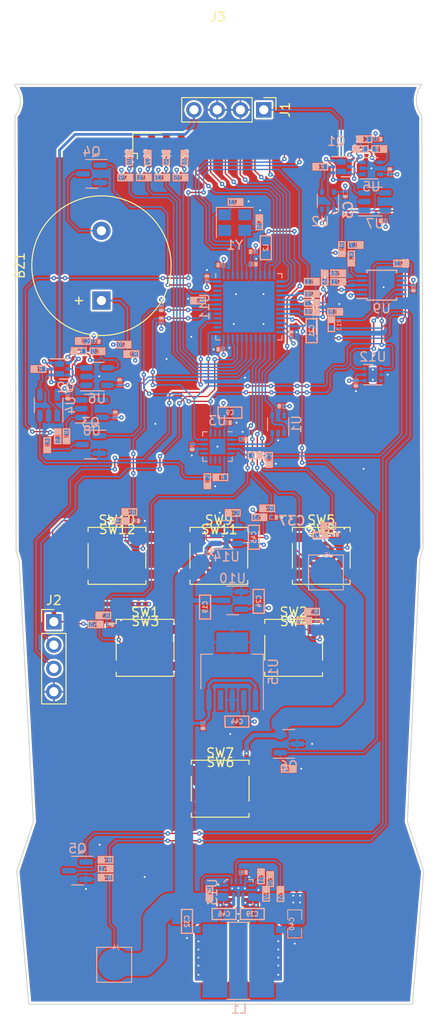
<source format=kicad_pcb>
(kicad_pcb (version 20211014) (generator pcbnew)
  (layers (0 "F.Cu" signal) (1 "In1.Cu" power "GND.Cu") (2 "In2.Cu" power "PWR.Cu") (31 "B.Cu" signal) (34 "B.Paste" user) (35 "F.Paste" user) (36 "B.SilkS" user "B.Silkscreen") (37 "F.SilkS" user "F.Silkscreen") (38 "B.Mask" user) (39 "F.Mask" user) (44 "Edge.Cuts" user))
  (net 0 "")
  (net 1 "Net-(BZ1-Pad1)")
  (net 2 "Net-(BZ1-Pad2)")
  (net 3 "+3V3")
  (net 4 "GND")
  (net 5 "+9V")
  (net 6 "/Iheater")
  (net 7 "/Isensor")
  (net 8 "/ADC0")
  (net 9 "/ADC1")
  (net 10 "/ADC2")
  (net 11 "+BATT")
  (net 12 "Net-(R2-Pad1)")
  (net 13 "Net-(C20-Pad1)")
  (net 14 "Net-(C21-Pad1)")
  (net 15 "Net-(C23-Pad1)")
  (net 16 "Net-(C25-Pad1)")
  (net 17 "/APO")
  (net 18 "/Sound")
  (net 19 "Net-(C35-Pad1)")
  (net 20 "/High")
  (net 21 "/Mid")
  (net 22 "/Low")
  (net 23 "Net-(C43-Pad1)")
  (net 24 "Net-(L1-Pad1)")
  (net 25 "Net-(L1-Pad2)")
  (net 26 "/Vref_DAC")
  (net 27 "Net-(L2-Pad2)")
  (net 28 "Net-(Q1-Pad1)")
  (net 29 "Net-(Q1-Pad2)")
  (net 30 "Net-(Q1-Pad6)")
  (net 31 "Net-(Q2-Pad1)")
  (net 32 "Net-(Q2-Pad2)")
  (net 33 "Net-(J1-Pad4)")
  (net 34 "Net-(Q2-Pad4)")
  (net 35 "Net-(Q2-Pad5)")
  (net 36 "Net-(Q2-Pad6)")
  (net 37 "/Vheater_EN")
  (net 38 "Net-(Q3-Pad3)")
  (net 39 "/Buzzer_EN")
  (net 40 "/SenseBatt_EN")
  (net 41 "Net-(Q5-Pad3)")
  (net 42 "/PW_ON")
  (net 43 "Net-(J5-Pad1)")
  (net 44 "Net-(R1-Pad1)")
  (net 45 "Net-(R7-Pad1)")
  (net 46 "Net-(R9-Pad1)")
  (net 47 "/Vsensor")
  (net 48 "/Vheater")
  (net 49 "/SenseBatt")
  (net 50 "Net-(R14-Pad1)")
  (net 51 "Net-(R14-Pad2)")
  (net 52 "/SDA")
  (net 53 "/SCL")
  (net 54 "Net-(R21-Pad2)")
  (net 55 "Net-(R22-Pad2)")
  (net 56 "Net-(R23-Pad2)")
  (net 57 "Net-(R25-Pad1)")
  (net 58 "Net-(R26-Pad1)")
  (net 59 "Net-(R27-Pad1)")
  (net 60 "Net-(R28-Pad1)")
  (net 61 "/Vcomm0")
  (net 62 "/Vcomm1")
  (net 63 "/Vcomm2")
  (net 64 "/Vcomm3")
  (net 65 "Net-(R37-Pad1)")
  (net 66 "Net-(R38-Pad2)")
  (net 67 "Net-(R39-Pad2)")
  (net 68 "Net-(R40-Pad2)")
  (net 69 "Net-(R45-Pad2)")
  (net 70 "Net-(R46-Pad2)")
  (net 71 "Net-(R47-Pad2)")
  (net 72 "Net-(R49-Pad2)")
  (net 73 "Net-(R50-Pad2)")
  (net 74 "Net-(R55-Pad2)")
  (net 75 "Net-(U1-Pad3)")
  (net 79 "/~{RDY}")
  (net 82 "/Vseg6")
  (net 83 "/Vseg7")
  (net 84 "/Vseg0")
  (net 85 "/Vseg1")
  (net 86 "/Vseg2")
  (net 87 "/Vseg3")
  (net 88 "/Vseg4")
  (net 89 "/Vseg5")
  (net 90 "/SWDIO")
  (net 91 "/SWCLK")
  (net 99 "Net-(J1-Pad1)")
  (net 100 "Net-(Q1-Pad4)")
  (net 101 "Net-(Q1-Pad5)")
  (footprint "Yame_library:SW_CARBON" (layer "F.Cu") (at 56.02 116.86)
    (fp_text reference "SW6")
    (fp_text value "SW_Push")
  )
  (footprint "Connector_PinHeader_2.54mm:PinHeader_1x04_P2.54mm_Vertical" (layer "F.Cu") (at 37.875 98.675)
    (fp_text reference "J2")
    (fp_text value "Conn_01x04")
  )
  (footprint "Buzzer_Beeper:Buzzer_15x7.5RM7.6" (layer "F.Cu") (at 43.07 63.7 90)
    (fp_text reference "BZ1")
    (fp_text value "BUZZER")
  )
  (footprint "Button_Switch_SMD:SW_SPST_EVPBF" (layer "F.Cu") (at 56.019903 116.855975)
    (fp_text reference "SW7")
    (fp_text value "SW_Push")
  )
  (footprint "Button_Switch_SMD:SW_SPST_EVPBF" (layer "F.Cu") (at 64.039903 101.515975)
    (fp_text reference "SW2")
    (fp_text value "SW_Push")
  )
  (footprint "Button_Switch_SMD:SW_SPST_EVPBF" (layer "F.Cu") (at 67.049612 91.49585)
    (fp_text reference "SW5")
    (fp_text value "SW_Push")
  )
  (footprint "Yame_library:SW_CARBON" (layer "F.Cu") (at 47.827641 101.513142)
    (fp_text reference "SW3")
    (fp_text value "SW_Push")
  )
  (footprint "Yame_library:SW_CARBON" (layer "F.Cu") (at 55.88 91.5)
    (fp_text reference "SW11")
    (fp_text value "SW_Push")
  )
  (footprint "Yame_library:LCD_Contact_1x12_P2.54mm" (layer "F.Cu") (at 55.79 46.57)
    (fp_text reference "J3")
    (fp_text value "Conn_01x10")
  )
  (footprint "Button_Switch_SMD:SW_SPST_EVPBF" (layer "F.Cu") (at 55.877641 91.499238)
    (fp_text reference "SW9")
    (fp_text value "SW_Push")
  )
  (footprint "Connector_PinHeader_2.54mm:PinHeader_1x04_P2.54mm_Vertical" (layer "F.Cu") (at 60.78 42.93 -90)
    (fp_text reference "J1")
    (fp_text value "Conn_02x02_Counter_Clockwise")
  )
  (footprint "Button_Switch_SMD:SW_SPST_EVPBF" (layer "F.Cu") (at 44.76 91.5)
    (fp_text reference "SW10")
    (fp_text value "SW_Push")
  )
  (footprint "Yame_library:SW_CARBON" (layer "F.Cu") (at 44.76 91.5)
    (fp_text reference "SW12")
    (fp_text value "SW_Push")
  )
  (footprint "Yame_library:SW_CARBON" (layer "F.Cu") (at 64.04 101.52)
    (fp_text reference "SW4")
    (fp_text value "SW_Push")
  )
  (footprint "Yame_library:SW_CARBON" (layer "F.Cu") (at 67.049612 91.49585)
    (fp_text reference "SW8")
    (fp_text value "SW_Push")
  )
  (footprint "Button_Switch_SMD:SW_SPST_EVPBF" (layer "F.Cu") (at 47.827641 101.513142)
    (fp_text reference "SW1")
    (fp_text value "SW_Push")
  )
  (footprint "Package_TO_SOT_SMD:SOT-23-5" (layer "B.Cu") (at 42.025 75.475)
    (fp_text reference "U8")
    (fp_text value "MCP6V71")
  )
  (footprint "Yame_library:SM0402-MR" (layer "B.Cu") (at 66.975 89.25)
    (fp_text reference "R52")
    (fp_text value "3.9k" hide)
  )
  (footprint "Yame_library:SM0603-MR" (layer "B.Cu") (at 59.525 130.5 180)
    (fp_text reference "C39")
    (fp_text value "10u" hide)
  )
  (footprint "Yame_library:SM0402-MR" (layer "B.Cu") (at 69.3 58.1 -90)
    (fp_text reference "R12")
    (fp_text value "100" hide)
  )
  (footprint "Yame_library:SM0402-MR" (layer "B.Cu") (at 60.29 55.175 90)
    (fp_text reference "C25")
    (fp_text value "8p" hide)
  )
  (footprint "Yame_library:SM0603-MR" (layer "B.Cu") (at 52.4 131.3 -90)
    (fp_text reference "C32")
    (fp_text value "22u" hide)
  )
  (footprint "Yame_library:SM0201-MR" (layer "B.Cu") (at 44.575 76.15 90)
    (fp_text reference "C14")
    (fp_text value "100n" hide)
  )
  (footprint "Yame_library:SM0402-MR" (layer "B.Cu") (at 63.5 114.7)
    (fp_text reference "R48")
    (fp_text value "R" hide)
  )
  (footprint "Yame_library:SM0201-MR" (layer "B.Cu") (at 59.63 59.735)
    (fp_text reference "C20")
    (fp_text value "100n" hide)
  )
  (footprint "Yame_library:SM0201-MR" (layer "B.Cu") (at 69.675 52.075 -90)
    (fp_text reference "C3")
    (fp_text value "100n" hide)
  )
  (footprint "Yame_library:SM0402-MR" (layer "B.Cu") (at 43.525 124.6 180)
    (fp_text reference "R42")
    (fp_text value "22k" hide)
  )
  (footprint "Yame_library:SM0402-MR" (layer "B.Cu") (at 45.275 87.7)
    (fp_text reference "R54")
    (fp_text value "3.9k" hide)
  )
  (footprint "Package_TO_SOT_SMD:SOT-23" (layer "B.Cu") (at 42 49.9 180)
    (fp_text reference "Q4")
    (fp_text value "Q_NMOS_GSD")
  )
  (footprint "Yame_library:SM0201-MR" (layer "B.Cu") (at 73.25 46.125)
    (fp_text reference "C2")
    (fp_text value "100n" hide)
  )
  (footprint "Yame_library:SM0201-MR" (layer "B.Cu") (at 54.575 61.325 90)
    (fp_text reference "C30")
    (fp_text value "100n" hide)
  )
  (footprint "Yame_library:SM0402-MR" (layer "B.Cu") (at 71.35 47.2 180)
    (fp_text reference "R3")
    (fp_text value "R" hide)
  )
  (footprint "Yame_library:SM0201-MR" (layer "B.Cu") (at 61.85 87.3)
    (fp_text reference "C37")
    (fp_text value "100n" hide)
  )
  (footprint "Yame_library:SM0402-MR" (layer "B.Cu") (at 66.025 64.9)
    (fp_text reference "R26")
    (fp_text value "0" hide)
  )
  (footprint "Yame_library:SM0402-MR" (layer "B.Cu") (at 52.125 48.15 90)
    (fp_text reference "R36")
    (fp_text value "390k" hide)
  )
  (footprint "Package_SO:TSSOP-10_3x3mm_P0.5mm" (layer "B.Cu") (at 73.65 62.025)
    (fp_text reference "U9")
    (fp_text value "ADS1115IDGS")
  )
  (footprint "Yame_library:SM0402-MR" (layer "B.Cu") (at 45.675 50.3)
    (fp_text reference "R29")
    (fp_text value "390k" hide)
  )
  (footprint "Yame_library:SM0603-MR" (layer "B.Cu") (at 57.85 109.55 180)
    (fp_text reference "C44")
    (fp_text value "10u" hide)
  )
  (footprint "Yame_library:SM0201-MR" (layer "B.Cu") (at 62.735 75.2 180)
    (fp_text reference "C1")
    (fp_text value "100n" hide)
  )
  (footprint "Yame_library:SM0402-MR" (layer "B.Cu") (at 53.6 63.7 180)
    (fp_text reference "R25")
    (fp_text value "10k" hide)
  )
  (footprint "Yame_library:SM0402-MR" (layer "B.Cu") (at 65.2 98.575)
    (fp_text reference "R44")
    (fp_text value "3.9k" hide)
  )
  (footprint "Yame_library:SM0201-MR" (layer "B.Cu") (at 49.6 64.475 -90)
    (fp_text reference "R17")
    (fp_text value "2.2k" hide)
  )
  (footprint "Package_TO_SOT_SMD:SOT-23-5" (layer "B.Cu") (at 37.3 75.1 90)
    (fp_text reference "U4")
    (fp_text value "MCP6V71")
  )
  (footprint "Package_TO_SOT_SMD:SOT-353_SC-70-5" (layer "B.Cu") (at 67.775 52.825 90)
    (fp_text reference "U2")
    (fp_text value "LPV511")
  )
  (footprint "Yame_library:SM0603-MR" (layer "B.Cu") (at 56.45 130.5)
    (fp_text reference "C46")
    (fp_text value "10u" hide)
  )
  (footprint "Yame_library:U-DFN2020-6_2x2mm_P0.65mm_EP0.6mm" (layer "B.Cu") (at 38.5 71.15)
    (fp_text reference "Q2")
    (fp_text value "DMC1229UFDB")
  )
  (footprint "Yame_library:SM0201-MR" (layer "B.Cu") (at 42.5 68.15)
    (fp_text reference "C6")
    (fp_text value "100n" hide)
  )
  (footprint "Package_TO_SOT_SMD:SOT-23" (layer "B.Cu") (at 41.875 79.375 180)
    (fp_text reference "Q3")
    (fp_text value "Q_NMOS_GSD")
  )
  (footprint "Package_TO_SOT_SMD:SOT-353_SC-70-5" (layer "B.Cu") (at 62.35 77.175 90)
    (fp_text reference "U1")
    (fp_text value "LPV511")
  )
  (footprint "Yame_library:SM0402-MR" (layer "B.Cu") (at 50.125 48.15 90)
    (fp_text reference "R34")
    (fp_text value "390k" hide)
  )
  (footprint "Yame_library:SM0402-MR" (layer "B.Cu") (at 67.425 61.225 90)
    (fp_text reference "C16")
    (fp_text value "1u" hide)
  )
  (footprint "Yame_library:SM0201-MR" (layer "B.Cu") (at 56.815 77)
    (fp_text reference "C5")
    (fp_text value "100n" hide)
  )
  (footprint "Yame_library:SM0201-MR" (layer "B.Cu") (at 58.55 125.975)
    (fp_text reference "C35")
    (fp_text value "100n" hide)
  )
  (footprint "Yame_library:SM0201-MR" (layer "B.Cu") (at 59.625 58.37 180)
    (fp_text reference "R24")
    (fp_text value "100k" hide)
  )
  (footprint "Package_TO_SOT_SMD:SOT-23" (layer "B.Cu") (at 57.375 96.35 180)
    (fp_text reference "U10")
    (fp_text value "MCP1700-3302E_SOT23")
  )
  (footprint "Yame_library:SM0402-MR" (layer "B.Cu") (at 60.475 126.4 90)
    (fp_text reference "R51")
    (fp_text value "100k" hide)
  )
  (footprint "Package_TO_SOT_SMD:SOT-23" (layer "B.Cu") (at 63.5 111.975)
    (fp_text reference "Q6")
    (fp_text value "Q_NMOS_GSD")
  )
  (footprint "Yame_library:SM0402-MR" (layer "B.Cu") (at 60.3 87.3)
    (fp_text reference "R53")
    (fp_text value "3.9k" hide)
  )
  (footprint "Yame_library:SM0402-MR" (layer "B.Cu") (at 57.7 52.97)
    (fp_text reference "C23")
    (fp_text value "8p" hide)
  )
  (footprint "Yame_library:SM0402-MR" (layer "B.Cu") (at 68.9 60.725)
    (fp_text reference "R56")
    (fp_text value "nc" hide)
  )
  (footprint "Yame_library:SM0201-MR" (layer "B.Cu") (at 66.75 98.575)
    (fp_text reference "C34")
    (fp_text value "100n" hide)
  )
  (footprint "Package_TO_SOT_SMD:SOT-23-5" (layer "B.Cu") (at 42.575 71.975)
    (fp_text reference "U6")
    (fp_text value "MCP6V71")
  )
  (footprint "Yame_library:SM0201-MR" (layer "B.Cu") (at 39.4 74.1 -90)
    (fp_text reference "C8")
    (fp_text value "100n" hide)
  )
  (footprint "Yame_library:SM0805-MR" (layer "B.Cu") (at 64.15 131.575 -90)
    (fp_text reference "C40")
    (fp_text value "47u" hide)
  )
  (footprint "Yame_library:SM0402-MR" (layer "B.Cu") (at 40.6 69.2 180)
    (fp_text reference "R5")
    (fp_text value "R" hide)
  )
  (footprint "Yame_library:SM0402-MR" (layer "B.Cu") (at 61.025 128.3 90)
    (fp_text reference "R49")
    (fp_text value "910k" hide)
  )
  (footprint "Yame_library:SM0402-MR" (layer "B.Cu") (at 51.7 50.3)
    (fp_text reference "R35")
    (fp_text value "390k" hide)
  )
  (footprint "Yame_library:SM0402-MR" (layer "B.Cu") (at 66.025 62.975)
    (fp_text reference "R28")
    (fp_text value "0" hide)
  )
  (footprint "Yame_library:SM0402-MR" (layer "B.Cu") (at 59.89 80.575)
    (fp_text reference "R9")
    (fp_text value "0" hide)
  )
  (footprint "Yame_library:SM0402-MR" (layer "B.Cu") (at 66.025 63.95)
    (fp_text reference "R27")
    (fp_text value "0" hide)
  )
  (footprint "Yame_library:SM0402-MR" (layer "B.Cu") (at 45.475 68.5)
    (fp_text reference "R20")
    (fp_text value "2.2k" hide)
  )
  (footprint "Yame_library:SM0201-MR" (layer "B.Cu") (at 45.05 72.625 90)
    (fp_text reference "C11")
    (fp_text value "100n" hide)
  )
  (footprint "Yame_library:Conn1_batt" (layer "B.Cu") (at 44.46 136.03 180)
    (fp_text reference "J4")
    (fp_text value "Conn_01x01" hide)
  )
  (footprint "Yame_library:SM0402-MR" (layer "B.Cu") (at 67.825 88.25 180)
    (fp_text reference "R45")
    (fp_text value "100k" hide)
  )
  (footprint "Yame_library:SM0402-MR" (layer "B.Cu") (at 70.325 59.125 -90)
    (fp_text reference "R22")
    (fp_text value "0" hide)
  )
  (footprint "Yame_library:SM0402-MR" (layer "B.Cu") (at 71.775 46.125 180)
    (fp_text reference "C4")
    (fp_text value "10n" hide)
  )
  (footprint "Yame_library:SM0402-MR" (layer "B.Cu") (at 42.425 98.9625)
    (fp_text reference "R43")
    (fp_text value "3.9k" hide)
  )
  (footprint "Yame_library:SM0402-MR" (layer "B.Cu") (at 43.525 125.55)
    (fp_text reference "R41")
    (fp_text value "22k" hide)
  )
  (footprint "Yame_library:SM0402-MR" (layer "B.Cu") (at 61.365 81.05 -90)
    (fp_text reference "C13")
    (fp_text value "100p" hide)
  )
  (footprint "Yame_library:SM0402-MR" (layer "B.Cu") (at 68.575 64.925)
    (fp_text reference "C18")
    (fp_text value "1u" hide)
  )
  (footprint "Package_DFN_QFN:QFN-48-1EP_7x7mm_P0.5mm_EP5.6x5.6mm" (layer "B.Cu") (at 59.15 64.375 -90)
    (fp_text reference "U11")
    (fp_text value "STM32F401CCUx")
  )
  (footprint "Yame_library:SM0603-MR" (layer "B.Cu") (at 59.7 89.475 90)
    (fp_text reference "C45")
    (fp_text value "10u" hide)
  )
  (footprint "Yame_library:VQFN-HR-15-1EP_3x2.5mm_P0.5m" (layer "B.Cu") (at 58 128.11 -90)
    (fp_text reference "U13")
    (fp_text value "TPS63070")
  )
  (footprint "Yame_library:SM0402-MR" (layer "B.Cu") (at 41.05 68.1 180)
    (fp_text reference "C10")
    (fp_text value "10n" hide)
  )
  (footprint "Package_TO_SOT_SMD:SOT-353_SC-70-5" (layer "B.Cu") (at 72.525 49.3)
    (fp_text reference "U5")
    (fp_text value "LPV511")
  )
  (footprint "Crystal:Crystal_SMD_3225-4Pin_3.2x2.5mm" (layer "B.Cu") (at 57.61 55.205)
    (fp_text reference "Y1")
    (fp_text value "25MHz")
  )
  (footprint "Yame_library:SM0402-MR" (layer "B.Cu") (at 36.2 71.15 180)
    (fp_text reference "R6")
    (fp_text value "R" hide)
  )
  (footprint "Package_SON:WSON-6-1EP_2x2mm_P0.65mm_EP1x1.6mm_ThermalVias" (layer "B.Cu") (at 72.675 71.775 180)
    (fp_text reference "U12")
    (fp_text value "TMP117")
  )
  (footprint "Yame_library:SM0402-MR" (layer "B.Cu") (at 62.6 128.325 90)
    (fp_text reference "R55")
    (fp_text value "100k" hide)
  )
  (footprint "Package_TO_SOT_SMD:SOT-23" (layer "B.Cu") (at 40.45 125.775 180)
    (fp_text reference "Q5")
    (fp_text value "Q_NMOS_GSD")
  )
  (footprint "Yame_library:SM0402-MR" (layer "B.Cu") (at 43.525 126.525 180)
    (fp_text reference "R40")
    (fp_text value "22k" hide)
  )
  (footprint "Yame_library:SM0402-MR" (layer "B.Cu") (at 57.4 86.825 180)
    (fp_text reference "C43")
    (fp_text value "10n" hide)
  )
  (footprint "Yame_library:SM0402-MR" (layer "B.Cu") (at 68.9 61.65)
    (fp_text reference "R21")
    (fp_text value "0" hide)
  )
  (footprint "Yame_library:SM0603-MR" (layer "B.Cu") (at 61 57.945 -90)
    (fp_text reference "L2")
    (fp_text value "L_Ferrite" hide)
  )
  (footprint "Yame_library:SM0402-MR" (layer "B.Cu") (at 42.625 69.225)
    (fp_text reference "R10")
    (fp_text value "R" hide)
  )
  (footprint "Yame_library:SM0603-MR" (layer "B.Cu") (at 54.375 97.075 -90)
    (fp_text reference "C19")
    (fp_text value "1u" hide)
  )
  (footprint "Yame_library:SM0402-MR" (layer "B.Cu") (at 46.125 86.725 180)
    (fp_text reference "R47")
    (fp_text value "100k" hide)
  )
  (footprint "Yame_library:SM0402-MR" (layer "B.Cu") (at 47.7 50.3)
    (fp_text reference "R31")
    (fp_text value "390k" hide)
  )
  (footprint "Yame_library:SM0402-MR" (layer "B.Cu") (at 39.25 78.475 -90)
    (fp_text reference "R14")
    (fp_text value "22k" hide)
  )
  (footprint "Package_TO_SOT_SMD:SOT-223-6" (layer "B.Cu") (at 57.325 104.075 90)
    (fp_text reference "U15")
    (fp_text value "REG102GA")
  )
  (footprint "Yame_library:SM0402-MR" (layer "B.Cu") (at 43.275 97.9875 180)
    (fp_text reference "R38")
    (fp_text value "100k" hide)
  )
  (footprint "Package_TO_SOT_SMD:SOT-23-5" (layer "B.Cu") (at 56.7 89.2)
    (fp_text reference "U14")
    (fp_text value "TPS79333-EP")
  )
  (footprint "Yame_library:SM0402-MR" (layer "B.Cu") (at 38.3 78.475 90)
    (fp_text reference "R15")
    (fp_text value "22k" hide)
  )
  (footprint "Yame_library:SM0402-MR" (layer "B.Cu") (at 70.8 57.65)
    (fp_text reference "C17")
    (fp_text value "1u" hide)
  )
  (footprint "Yame_library:SM0201-MR" (layer "B.Cu") (at 58.565 78.8)
    (fp_text reference "R2")
    (fp_text value "0" hide)
  )
  (footprint "Yame_library:SM0402-MR" (layer "B.Cu") (at 46.325 69.525 180)
    (fp_text reference "R18")
    (fp_text value "2.2k" hide)
  )
  (footprint "Yame_library:SM0201-MR" (layer "B.Cu") (at 54.15 110 -90)
    (fp_text reference "C42")
    (fp_text value "100n" hide)
  )
  (footprint "Package_TO_SOT_SMD:SOT-23-5" (layer "B.Cu") (at 72.9 52.925)
    (fp_text reference "U7")
    (fp_text value "MCP6V71")
  )
  (footprint "Yame_library:SM0402-MR" (layer "B.Cu") (at 73.375 47.2)
    (fp_text reference "R8")
    (fp_text value "R" hide)
  )
  (footprint "Yame_library:SM0402-MR" (layer "B.Cu") (at 61.15 86.325 180)
    (fp_text reference "R46")
    (fp_text value "100k" hide)
  )
  (footprint "Yame_library:SM0402-MR" (layer "B.Cu") (at 48.125 48.15 90)
    (fp_text reference "R32")
    (fp_text value "390k" hide)
  )
  (footprint "Yame_library:SM0603-MR" (layer "B.Cu") (at 66 66.985 -90)
    (fp_text reference "C21")
    (fp_text value "2.2u" hide)
  )
  (footprint "Yame_library:SM0201-MR" (layer "B.Cu") (at 49.6 65.9 90)
    (fp_text reference "R19")
    (fp_text value "2.2k" hide)
  )
  (footprint "Yame_library:SM0201-MR" (layer "B.Cu") (at 56.085 59.835 180)
    (fp_text reference "C26")
    (fp_text value "100n" hide)
  )
  (footprint "Yame_library:SM0402-MR" (layer "B.Cu") (at 56.05 82.95 180)
    (fp_text reference "R7")
    (fp_text value "0" hide)
  )
  (footprint "Yame_library:U-DFN2020-6_2x2mm_P0.65mm_EP0.6mm" (layer "B.Cu") (at 69.225 49.125)
    (fp_text reference "Q1")
    (fp_text value "DMC1229UFDB")
  )
  (footprint "Yame_library:SM0201-MR" (layer "B.Cu") (at 73.8 55.025 180)
    (fp_text reference "C15")
    (fp_text value "100n" hide)
  )
  (footprint "Yame_library:SM0402-MR" (layer "B.Cu") (at 49.7 50.3)
    (fp_text reference "R33")
    (fp_text value "390k" hide)
  )
  (footprint "Yame_library:SM0402-MR" (layer "B.Cu") (at 68.15 66.275 90)
    (fp_text reference "R13")
    (fp_text value "100" hide)
  )
  (footprint "Yame_library:SM0201-MR" (layer "B.Cu") (at 68.525 89.175)
    (fp_text reference "C36")
    (fp_text value "100n" hide)
  )
  (footprint "Yame_library:SM0402-MR" (layer "B.Cu") (at 54.625 83.375 -90)
    (fp_text reference "C12")
    (fp_text value "100p" hide)
  )
  (footprint "Yame_library:Conn1_batt" (layer "B.Cu") (at 67.56 93.31 180)
    (fp_text reference "J5")
    (fp_text value "Conn_01x01" hide)
  )
  (footprint "Yame_library:L_Bourns-SDR0805_7.8x8mm" (layer "B.Cu") (at 58 135.6)
    (fp_text reference "L1")
    (fp_text value "1.5uH")
  )
  (footprint "Yame_library:SM0402-MR" (layer "B.Cu") (at 66.025 61.65)
    (fp_text reference "R11")
    (fp_text value "100" hide)
  )
  (footprint "Yame_library:SM0603-MR" (layer "B.Cu") (at 57.09 75.9)
    (fp_text reference "C9")
    (fp_text value "10u" hide)
  )
  (footprint "Yame_library:SM0201-MR" (layer "B.Cu") (at 46.825 87.7)
    (fp_text reference "C38")
    (fp_text value "100n" hide)
  )
  (footprint "Yame_library:SM0201-MR" (layer "B.Cu") (at 52.9625 79.625 -90)
    (fp_text reference "R1")
    (fp_text value "0" hide)
  )
  (footprint "Yame_library:SM0201-MR" (layer "B.Cu") (at 63.75 67.425 90)
    (fp_text reference "C28")
    (fp_text value "100n" hide)
  )
  (footprint "Yame_library:SM0201-MR" (layer "B.Cu") (at 43.975 98.9875)
    (fp_text reference "C33")
    (fp_text value "100n" hide)
  )
  (footprint "Yame_library:SM0402-MR" (layer "B.Cu") (at 66.05 97.575 180)
    (fp_text reference "R39")
    (fp_text value "100k" hide)
  )
  (footprint "Yame_library:SM0402-MR" (layer "B.Cu") (at 75.775 59.65)
    (fp_text reference "R23")
    (fp_text value "0" hide)
  )
  (footprint "Yame_library:SM0603-MR" (layer "B.Cu") (at 60.225 96.45 90)
    (fp_text reference "C24")
    (fp_text value "1u" hide)
  )
  (footprint "Yame_library:SM0201-MR" (layer "B.Cu") (at 70.825 72.7 -90)
    (fp_text reference "C31")
    (fp_text value "100n" hide)
  )
  (footprint "Yame_library:SM0402-MR" (layer "B.Cu") (at 46.1 48.15 90)
    (fp_text reference "R30")
    (fp_text value "390k" hide)
  )
  (footprint "Yame_library:SM0201-MR" (layer "B.Cu") (at 56.09 69.005 180)
    (fp_text reference "C29")
    (fp_text value "100n" hide)
  )
  (footprint "Yame_library:SM0402-MR" (layer "B.Cu") (at 54.85 128.275 -90)
    (fp_text reference "R37")
    (fp_text value "10k" hide)
  )
  (footprint "Yame_library:SM0201-MR" (layer "B.Cu") (at 54.75 91.125)
    (fp_text reference "C41")
    (fp_text value "100n" hide)
  )
  (footprint "Package_DFN_QFN:QFN-16-1EP_3x3mm_P0.5mm_EP1.7x1.7mm" (layer "B.Cu") (at 55.725 79.6 180)
    (fp_text reference "U3")
    (fp_text value "MCP47CMB22")
  )
  (footprint "Yame_library:SM0402-MR" (layer "B.Cu") (at 66.95 49.125 180)
    (fp_text reference "R4")
    (fp_text value "R" hide)
  )
  (footprint "Yame_library:SM0201-MR" (layer "B.Cu") (at 77.1 62.325 -90)
    (fp_text reference "C22")
    (fp_text value "100n" hide)
  )
  (footprint "Yame_library:SM0402-MR" (layer "B.Cu") (at 37.15 79.45 -90)
    (fp_text reference "R16")
    (fp_text value "22k" hide)
  )
  (footprint "Yame_library:SM0201-MR" (layer "B.Cu") (at 74.525 49.675 90)
    (fp_text reference "C7")
    (fp_text value "100n" hide)
  )
  (footprint "Yame_library:SM0402-MR" (layer "B.Cu") (at 61.475 126.7 90)
    (fp_text reference "R50")
    (fp_text value "43k" hide)
  )
  (gr_arc (start 33.628127 40.352593) (mid 34.227051 41.975811) (end 33.62828 43.599086) (layer "Edge.Cuts") (width 0.1))
  (gr_line (start 33.826395 125.835918) (end 35.141582 140.325023) (layer "Edge.Cuts") (width 0.1))
  (gr_line (start 78.000905 40.15) (end 78.000905 40.223536) (layer "Edge.Cuts") (width 0.1))
  (gr_line (start 77.811427 91.822444) (end 76.449594 120.437897) (layer "Edge.Cuts") (width 0.1))
  (gr_line (start 34.086031 92.070185) (end 35.639491 120.437644) (layer "Edge.Cuts") (width 0.1))
  (gr_line (start 78.000905 40.15) (end 33.628127 40.15) (layer "Edge.Cuts") (width 0.1))
  (gr_line (start 76.449594 120.437897) (end 78.241494 125.836009) (layer "Edge.Cuts") (width 0.1))
  (gr_line (start 35.639491 120.437644) (end 33.826395 125.835918) (layer "Edge.Cuts") (width 0.1))
  (gr_line (start 78.241494 125.836009) (end 76.998256 140.325023) (layer "Edge.Cuts") (width 0.1))
  (gr_line (start 78.155654 90.61285) (end 77.811427 91.822444) (layer "Edge.Cuts") (width 0.1))
  (gr_line (start 33.628127 40.15) (end 33.628127 40.352593) (layer "Edge.Cuts") (width 0.1))
  (gr_line (start 76.998256 140.325023) (end 35.141582 140.325023) (layer "Edge.Cuts") (width 0.1))
  (gr_line (start 78.029942 43.59659) (end 78.155654 90.61285) (layer "Edge.Cuts") (width 0.1))
  (gr_line (start 33.62828 43.599086) (end 33.757138 90.984157) (layer "Edge.Cuts") (width 0.1))
  (gr_arc (start 78.029942 43.59659) (mid 77.431411 41.91509) (end 78.000905 40.223536) (layer "Edge.Cuts") (width 0.1))
  (gr_line (start 33.757138 90.984157) (end 34.086031 92.070185) (layer "Edge.Cuts") (width 0.1))
  (segment (start 45.9 68.5) (end 45.9 69.525) (width 0.2) (layer "B.Cu") (net 1))
  (segment (start 45.9 68.5) (end 45.9 64.525) (width 0.2) (layer "B.Cu") (net 1))
  (segment (start 45.075 63.7) (end 43.07 63.7) (width 0.2) (layer "B.Cu") (net 1))
  (segment (start 45.9 64.525) (end 45.075 63.7) (width 0.2) (layer "B.Cu") (net 1))
  (segment (start 40.6 56.1) (end 43.07 56.1) (width 0.15) (layer "B.Cu") (net 2))
  (segment (start 39.4 50.5) (end 39.4 54.9) (width 0.15) (layer "B.Cu") (net 2))
  (segment (start 39.4 54.9) (end 40.6 56.1) (width 0.15) (layer "B.Cu") (net 2))
  (segment (start 40 49.9) (end 39.4 50.5) (width 0.15) (layer "B.Cu") (net 2))
  (segment (start 41.0625 49.9) (end 40 49.9) (width 0.15) (layer "B.Cu") (net 2))
  (segment (start 39.675 98.675) (end 37.875 98.675) (width 0.15) (layer "F.Cu") (net 3))
  (segment (start 37.75 96) (end 38.5 96.75) (width 0.15) (layer "F.Cu") (net 3))
  (segment (start 38.5 96.75) (end 37.875 97.375) (width 0.5) (layer "F.Cu") (net 3))
  (segment (start 48.25 96.75) (end 38.5 96.75) (width 0.5) (layer "F.Cu") (net 3))
  (segment (start 37.75 88.75) (end 37.75 96) (width 0.15) (layer "F.Cu") (net 3))
  (segment (start 37.875 97.375) (end 37.875 98.675) (width 0.5) (layer "F.Cu") (net 3))
  (segment (start 41.1 98.8875) (end 39.8875 98.8875) (width 0.15) (layer "F.Cu") (net 3))
  (segment (start 38.825 87.675) (end 37.75 88.75) (width 0.15) (layer "F.Cu") (net 3))
  (segment (start 44.1 87.675) (end 38.825 87.675) (width 0.15) (layer "F.Cu") (net 3))
  (segment (start 39.8875 98.8875) (end 39.675 98.675) (width 0.15) (layer "F.Cu") (net 3))
  (via (at 70.1 72.425) (size 0.5) (drill 0.2) (layers "F.Cu" "B.Cu") (net 3))
  (via (at 63.6 75.2) (size 0.5) (drill 0.2) (layers "F.Cu" "B.Cu") (net 3))
  (via (at 56.375 74.875) (size 0.5) (drill 0.2) (layers "F.Cu" "B.Cu") (net 3))
  (via (at 60.775 90.3) (size 0.5) (drill 0.2) (layers "F.Cu" "B.Cu") (net 3))
  (via (at 49.275 49.475) (size 0.5) (drill 0.2) (layers "F.Cu" "B.Cu") (net 3))
  (via (at 47.275 49.475) (size 0.5) (drill 0.2) (layers "F.Cu" "B.Cu") (net 3))
  (via (at 46.75 70.225) (size 0.5) (drill 0.2) (layers "F.Cu" "B.Cu") (net 3))
  (via (at 56.4 69.6) (size 0.5) (drill 0.2) (layers "F.Cu" "B.Cu") (net 3))
  (via (at 44.1 87.675) (size 0.5) (drill 0.2) (layers "F.Cu" "B.Cu") (net 3))
  (via (at 41.1 98.8875) (size 0.5) (drill 0.2) (layers "F.Cu" "B.Cu") (net 3))
  (via (at 72.975 45.5) (size 0.5) (drill 0.2) (layers "F.Cu" "B.Cu") (net 3))
  (via (at 48.25 96.75) (size 0.5) (drill 0.2) (layers "F.Cu" "B.Cu") (net 3))
  (via (at 64.019109 68.367215) (size 0.5) (drill 0.2) (layers "F.Cu" "B.Cu") (net 3))
  (via (at 54.575 62.25) (size 0.5) (drill 0.2) (layers "F.Cu" "B.Cu") (net 3))
  (via (at 61.325 97.175) (size 0.5) (drill 0.2) (layers "F.Cu" "B.Cu") (net 3))
  (via (at 49.6 63.6) (size 0.5) (drill 0.2) (layers "F.Cu" "B.Cu") (net 3))
  (via (at 74.075 55.675) (size 0.5) (drill 0.2) (layers "F.Cu" "B.Cu") (net 3))
  (via (at 63.775 98.375) (size 0.5) (drill 0.2) (layers "F.Cu" "B.Cu") (net 3))
  (via (at 77.1 61.45) (size 0.5) (drill 0.2) (layers "F.Cu" "B.Cu") (net 3))
  (via (at 47.5 96.75) (size 0.5) (drill 0.2) (layers "F.Cu" "B.Cu") (net 3))
  (via (at 75.325 49.95) (size 0.5) (drill 0.2) (layers "F.Cu" "B.Cu") (net 3))
  (via (at 49.6 66.775) (size 0.5) (drill 0.2) (layers "F.Cu" "B.Cu") (net 3))
  (via (at 70.25 63.15) (size 0.5) (drill 0.2) (layers "F.Cu" "B.Cu") (net 3))
  (via (at 56.4 59.175) (size 0.5) (drill 0.2) (layers "F.Cu" "B.Cu") (net 3))
  (via (at 65.68524 88.568913) (size 0.5) (drill 0.2) (layers "F.Cu" "B.Cu") (net 3))
  (via (at 59.575 86.475) (size 0.5) (drill 0.2) (layers "F.Cu" "B.Cu") (net 3))
  (via (at 59.9 57.7) (size 0.5) (drill 0.2) (layers "F.Cu" "B.Cu") (net 3))
  (via (at 51.275 49.475) (size 0.5) (drill 0.2) (layers "F.Cu" "B.Cu") (net 3))
  (via (at 45.25 49.475) (size 0.5) (drill 0.2) (layers "F.Cu" "B.Cu") (net 3))
  (via (at 46.75 96.75) (size 0.5) (drill 0.2) (layers "F.Cu" "B.Cu") (net 3))
  (via (at 59.775 109.55) (size 0.5) (drill 0.2) (layers "F.Cu" "B.Cu") (net 3))
  (via (at 69.675 51.2) (size 0.5) (drill 0.2) (layers "F.Cu" "B.Cu") (net 3))
  (segment (start 57.8375 90.15) (end 58.825 90.15) (width 0.2) (layer "B.Cu") (net 3))
  (segment (start 56.4 68.5) (end 56.365 68.535) (width 0.2) (layer "B.Cu") (net 3))
  (segment (start 70.375 63.025) (end 70.25 63.15) (width 0.15) (layer "B.Cu") (net 3))
  (segment (start 42 98.9625) (end 41.175 98.9625) (width 0.15) (layer "B.Cu") (net 3))
  (segment (start 63.75 68.098106) (end 64.019109 68.367215) (width 0.15) (layer "B.Cu") (net 3))
  (segment (start 63 75.21) (end 63.01 75.2) (width 0.15) (layer "B.Cu") (net 3))
  (segment (start 58.575 109.55) (end 59.775 109.55) (width 0.3) (layer "B.Cu") (net 3))
  (segment (start 56.36 60.285) (end 56.36 59.835) (width 0.2) (layer "B.Cu") (net 3))
  (segment (start 56.54 77) (end 56.54 76.075) (width 0.15) (layer "B.Cu") (net 3))
  (segment (start 49.6 64.2) (end 49.6 63.6) (width 0.15) (layer "B.Cu") (net 3))
  (segment (start 72.2 46.125) (end 72.975 46.125) (width 0.15) (layer "B.Cu") (net 3))
  (segment (start 72.95 47.2) (end 71.775 47.2) (width 0.15) (layer "B.Cu") (net 3))
  (segment (start 70.825 72.425) (end 70.1 72.425) (width 0.2) (layer "B.Cu") (net 3))
  (segment (start 66.05 89.25) (end 65.68524 88.88524) (width 0.15) (layer "B.Cu") (net 3))
  (segment (start 56.36 59.835) (end 56.36 59.215) (width 0.2) (layer "B.Cu") (net 3))
  (segment (start 56.4 67.8125) (end 56.4 68.5) (width 0.2) (layer "B.Cu") (net 3))
  (segment (start 56.365 75.9) (end 56.375 75.89) (width 0.15) (layer "B.Cu") (net 3))
  (segment (start 76.625 62.025) (end 76.65 62.05) (width 0.15) (layer "B.Cu") (net 3))
  (segment (start 59.875 86.775) (end 59.575 86.475) (width 0.15) (layer "B.Cu") (net 3))
  (segment (start 56.365 69.005) (end 56.365 69.565) (width 0.2) (layer "B.Cu") (net 3))
  (segment (start 41.175 98.9625) (end 41.1 98.8875) (width 0.15) (layer "B.Cu") (net 3))
  (segment (start 71.7875 71.775) (end 70.925 71.775) (width 0.2) (layer "B.Cu") (net 3))
  (segment (start 71.5 63.025) (end 70.375 63.025) (width 0.15) (layer "B.Cu") (net 3))
  (segment (start 49.275 50.3) (end 49.275 49.475) (width 0.2) (layer "B.Cu") (net 3))
  (segment (start 56.36 59.215) (end 56.4 59.175) (width 0.2) (layer "B.Cu") (net 3))
  (segment (start 58.595 107.2125) (end 58.595 109.53) (width 0.3) (layer "B.Cu") (net 3))
  (segment (start 71.7875 72.425) (end 70.825 72.425) (width 0.2) (layer "B.Cu") (net 3))
  (segment (start 72.975 46.125) (end 72.975 45.5) (width 0.15) (layer "B.Cu") (net 3))
  (segment (start 56.4 60.9375) (end 56.4 60.325) (width 0.2) (layer "B.Cu") (net 3))
  (segment (start 56.475 78.1375) (end 56.475 77.5) (width 0.15) (layer "B.Cu") (net 3))
  (segment (start 54.95 61.625) (end 54.925 61.6) (width 0.2) (layer "B.Cu") (net 3))
  (segment (start 56.54 77.435) (end 56.54 77) (width 0.15) (layer "B.Cu") (net 3))
  (segment (start 70.925 71.775) (end 70.825 71.875) (width 0.2) (layer "B.Cu") (net 3))
  (segment (start 63 76.225) (end 63 75.21) (width 0.15) (layer "B.Cu") (net 3))
  (segment (start 64.775 98.575) (end 63.975 98.575) (width 0.15) (layer "B.Cu") (net 3))
  (segment (start 63.975 98.575) (end 63.775 98.375) (width 0.15) (layer "B.Cu") (net 3))
  (segment (start 76.65 62.05) (end 77.1 62.05) (width 0.15) (layer "B.Cu") (net 3))
  (segment (start 69.375 51.8) (end 69.675 51.8) (width 0.15) (layer "B.Cu") (net 3))
  (segment (start 74.525 49.95) (end 75.325 49.95) (width 0.15) (layer "B.Cu") (net 3))
  (segment (start 65.68524 88.88524) (end 65.68524 88.568913) (width 0.15) (layer "B.Cu") (net 3))
  (segment (start 46.75 69.525) (end 46.75 70.225) (width 0.15) (layer "B.Cu") (net 3))
  (segment (start 74.075 53.9125) (end 74.075 55.025) (width 0.15) (layer "B.Cu") (net 3))
  (segment (start 47.275 50.3) (end 47.275 49.475) (width 0.2) (layer "B.Cu") (net 3))
  (segment (start 56.475 77.5) (end 56.54 77.435) (width 0.15) (layer "B.Cu") (net 3))
  (segment (start 69.675 51.8) (end 69.675 51.2) (width 0.15) (layer "B.Cu") (net 3))
  (segment (start 55.7125 61.625) (end 54.95 61.625) (width 0.2) (layer "B.Cu") (net 3))
  (segment (start 74.075 55.025) (end 74.075 55.675) (width 0.15) (layer "B.Cu") (net 3))
  (segment (start 44.125 87.7) (end 44.1 87.675) (width 0.15) (layer "B.Cu") (net 3))
  (segment (start 58.595 109.53) (end 58.575 109.55) (width 0.3) (layer "B.Cu") (net 3))
  (segment (start 45.25 50.3) (end 45.25 49.475) (width 0.2) (layer "B.Cu") (net 3))
  (segment (start 73.475 49.95) (end 74.525 49.95) (width 0.15) (layer "B.Cu") (net 3))
  (segment (start 54.575 61.6) (end 54.575 62.25) (width 0.2) (layer "B.Cu") (net 3))
  (segment (start 63.75 67.7) (end 63.75 68.098106) (width 0.15) (layer "B.Cu") (net 3))
  (segment (start 56.365 69.565) (end 56.4 69.6) (width 0.2) (layer "B.Cu") (net 3))
  (segment (start 62.5875 67.125) (end 62.975 67.125) (width 0.15) (layer "B.Cu") (net 3))
  (segment (start 74.0375 53.875) (end 74.075 53.9125) (width 0.15) (layer "B.Cu") (net 3))
  (segment (start 58.875 90.2) (end 59.7 90.2) (width 0.2) (layer "B.Cu") (net 3))
  (segment (start 68.425 51.875) (end 69.3 51.875) (width 0.15) (layer "B.Cu") (net 3))
  (segment (start 71.775 47.2) (end 72.2 46.775) (width 0.15) (layer "B.Cu") (net 3))
  (segment (start 72.975 45.4) (end 72.975 45.5) (width 0.15) (layer "B.Cu") (net 3))
  (segment (start 69.3 51.875) (end 69.375 51.8) (width 0.15) (layer "B.Cu") (net 3))
  (segment (start 51.275 50.3) (end 51.275 49.475) (width 0.2) (layer "B.Cu") (net 3))
  (segment (start 66.55 89.25) (end 66.05 89.25) (width 0.15) (layer "B.Cu") (net 3))
  (segment (start 56.375 75.89) (end 56.375 74.875) (width 0.15) (layer "B.Cu") (net 3))
  (segment (start 59.7 90.2) (end 60.675 90.2) (width 0.2) (layer "B.Cu") (net 3))
  (segment (start 44.85 87.7) (end 44.125 87.7) (width 0.15) (layer "B.Cu") (net 3))
  (segment (start 60.225 97.175) (end 61.325 97.175) (width 0.3) (layer "B.Cu") (net 3))
  (segment (start 75.8 62.025) (end 76.625 62.025) (width 0.15) (layer "B.Cu") (net 3))
  (segment (start 54.925 61.6) (end 54.575 61.6) (width 0.2) (layer "B.Cu") (net 3))
  (segment (start 63.01 75.2) (end 63.6 75.2) (width 0.15) (layer "B.Cu") (net 3))
  (segment (start 77.1 62.05) (end 77.1 61.45) (width 0.15) (layer "B.Cu") (net 3))
  (segment (start 56.54 76.075) (end 56.365 75.9) (width 0.15) (layer "B.Cu") (net 3))
  (segment (start 58.825 90.15) (end 58.875 90.2) (width 0.2) (layer "B.Cu") (net 3))
  (segment (start 62.975 67.125) (end 63.525 67.675) (width 0.15) (layer "B.Cu") (net 3))
  (segment (start 49.6 66.175) (end 49.6 66.775) (width 0.15) (layer "B.Cu") (net 3))
  (segment (start 72.2 46.775) (end 72.2 46.125) (width 0.15) (layer "B.Cu") (net 3))
  (segment (start 59.875 87.3) (end 59.875 86.775) (width 0.15) (layer "B.Cu") (net 3))
  (segment (start 56.365 68.535) (end 56.365 69.005) (width 0.2) (layer "B.Cu") (net 3))
  (segment (start 59.35 97.3) (end 59.475 97.175) (width 0.3) (layer "B.Cu") (net 3))
  (segment (start 70.825 71.875) (end 70.825 72.425) (width 0.2) (layer "B.Cu") (net 3))
  (segment (start 59.475 97.175) (end 60.225 97.175) (width 0.3) (layer "B.Cu") (net 3))
  (segment (start 56.4 60.325) (end 56.36 60.285) (width 0.2) (layer "B.Cu") (net 3))
  (segment (start 60.675 90.2) (end 60.775 90.3) (width 0.2) (layer "B.Cu") (net 3))
  (segment (start 58.3125 97.3) (end 59.35 97.3) (width 0.3) (layer "B.Cu") (net 3))
  (segment (start 59.9 58.37) (end 59.9 57.7) (width 0.15) (layer "B.Cu") (net 3))
  (segment (start 69.34585 91.49585) (end 69.929612 92.079612) (width 0.15) (layer "F.Cu") (net 4))
  (segment (start 69.929612 93.49585) (end 64.169612 93.49585) (width 0.15) (layer "F.Cu") (net 4))
  (segment (start 69.929612 92.079612) (end 69.929612 93.49585) (width 0.15) (layer "F.Cu") (net 4))
  (segment (start 46.36 91.5) (end 47.15 91.5) (width 0.15) (layer "F.Cu") (net 4))
  (segment (start 58.21 116.86) (end 58.899903 117.549903) (width 0.5) (layer "F.Cu") (net 4))
  (segment (start 49.427641 101.513142) (end 49.988142 101.513142) (width 0.15) (layer "F.Cu") (net 4))
  (segment (start 47.15 91.5) (end 47.64 91.99) (width 0.15) (layer "F.Cu") (net 4))
  (segment (start 51.05 98.56364) (end 51.05 98.738631) (width 0.15) (layer "F.Cu") (net 4))
  (segment (start 58.2 91.5) (end 58.757641 92.057641) (width 0.15) (layer "F.Cu") (net 4))
  (segment (start 65.64 101.52) (end 66.22 101.52) (width 0.15) (layer "F.Cu") (net 4))
  (segment (start 66.22 101.52) (end 66.919903 102.219903) (width 0.15) (layer "F.Cu") (net 4))
  (segment (start 58.757641 92.057641) (end 58.757641 93.499238) (width 0.15) (layer "F.Cu") (net 4))
  (segment (start 41.88 93.5) (end 47.64 93.5) (width 0.15) (layer "F.Cu") (net 4))
  (segment (start 68.649612 91.49585) (end 69.34585 91.49585) (width 0.15) (layer "F.Cu") (net 4))
  (segment (start 57.48 91.5) (end 58.2 91.5) (width 0.15) (layer "F.Cu") (net 4))
  (segment (start 50.707641 102.232641) (end 50.707641 103.513142) (width 0.15) (layer "F.Cu") (net 4))
  (segment (start 49.988142 101.513142) (end 50.707641 102.232641) (width 0.15) (layer "F.Cu") (net 4))
  (segment (start 47.64 91.99) (end 47.64 93.5) (width 0.15) (layer "F.Cu") (net 4))
  (segment (start 58.899903 118.855975) (end 53.139903 118.855975) (width 0.3) (layer "F.Cu") (net 4))
  (segment (start 58.899903 117.549903) (end 58.899903 118.855975) (width 0.5) (layer "F.Cu") (net 4))
  (segment (start 44.947641 103.513142) (end 50.707641 103.513142) (width 0.15) (layer "F.Cu") (net 4))
  (segment (start 61.159903 103.515975) (end 66.919903 103.515975) (width 0.15) (layer "F.Cu") (net 4))
  (segment (start 58.757641 93.499238) (end 52.997641 93.499238) (width 0.15) (layer "F.Cu") (net 4))
  (segment (start 66.919903 102.219903) (end 66.919903 103.515975) (width 0.15) (layer "F.Cu") (net 4))
  (segment (start 57.62 116.86) (end 58.21 116.86) (width 0.5) (layer "F.Cu") (net 4))
  (via (at 69.025 64.075) (size 0.5) (drill 0.2) (layers "F.Cu" "B.Cu") (net 4))
  (via (at 64.35 67.15) (size 0.5) (drill 0.2) (layers "F.Cu" "B.Cu") (net 4))
  (via (at 62.1 81.475) (size 0.5) (drill 0.2) (layers "F.Cu" "B.Cu") (net 4))
  (via (at 55.725 79.6) (size 0.5) (drill 0.2) (layers "F.Cu" "B.Cu") (net 4))
  (via (at 72.525 49.3) (size 0.5) (drill 0.2) (layers "F.Cu" "B.Cu") (net 4))
  (via (at 56.8 88.974738) (size 0.5) (drill 0.2) (layers "F.Cu" "B.Cu") (net 4))
  (via (at 55.825 127.3) (size 0.5) (drill 0.2) (layers "F.Cu" "B.Cu") (net 4))
  (via (at 58.475989 78) (size 0.5) (drill 0.2) (layers "F.Cu" "B.Cu") (net 4))
  (via (at 60.75 63) (size 0.5) (drill 0.2) (layers "F.Cu" "B.Cu") (net 4))
  (via (at 57.75 63) (size 0.5) (drill 0.2) (layers "F.Cu" "B.Cu") (net 4))
  (via (at 52.925 80.575) (size 0.5) (drill 0.2) (layers "F.Cu" "B.Cu") (net 4))
  (via (at 55.975 86.8) (size 0.5) (drill 0.2) (layers "F.Cu" "B.Cu") (net 4))
  (via (at 67.775 98.425) (size 0.5) (drill 0.2) (layers "F.Cu" "B.Cu") (net 4))
  (via (at 42.875 122.95) (size 0.5) (drill 0.2) (layers "F.Cu" "B.Cu") (net 4))
  (via (at 58 130.5) (size 0.5) (drill 0.2) (layers "F.Cu" "B.Cu") (net 4))
  (via (at 58 131.225) (size 0.5) (drill 0.2) (layers "F.Cu" "B.Cu") (net 4))
  (via (at 41.375 127.775) (size 0.5) (drill 0.2) (layers "F.Cu" "B.Cu") (net 4))
  (via (at 60.375 53.875) (size 0.5) (drill 0.2) (layers "F.Cu" "B.Cu") (net 4))
  (via (at 55.475 83.925) (size 0.5) (drill 0.2) (layers "F.Cu" "B.Cu") (net 4))
  (via (at 52.5245 63.5) (size 0.5) (drill 0.2) (layers "F.Cu" "B.Cu") (net 4))
  (via (at 58.711012 127.698307) (size 0.5) (drill 0.2) (layers "F.Cu" "B.Cu") (net 4))
  (via (at 52.4 133.125) (size 0.5) (drill 0.2) (layers "F.Cu" "B.Cu") (net 4))
  (via (at 58.011418 127.681955) (size 0.5) (drill 0.2) (layers "F.Cu" "B.Cu") (net 4))
  (via (at 58.725 72.1) (size 0.5) (drill 0.2) (layers "F.Cu" "B.Cu") (net 4))
  (via (at 74.3 71.775) (size 0.5) (drill 0.2) (layers "F.Cu" "B.Cu") (net 4))
  (via (at 57.5 66.25) (size 0.5) (drill 0.2) (layers "F.Cu" "B.Cu") (net 4))
  (via (at 45.2 98.50114) (size 0.5) (drill 0.2) (layers "F.Cu" "B.Cu") (net 4))
  (via (at 71.675 82.025) (size 0.5) (drill 0.2) (layers "F.Cu" "B.Cu") (net 4))
  (via (at 50.175 70.05) (size 0.5) (drill 0.2) (layers "F.Cu" "B.Cu") (net 4))
  (via (at 57.02598 68.847982) (size 0.5) (drill 0.2) (layers "F.Cu" "B.Cu") (net 4))
  (via (at 64.875 114.675) (size 0.5) (drill 0.2) (layers "F.Cu" "B.Cu") (net 4))
  (via (at 60.2 127.875) (size 0.5) (drill 0.2) (layers "F.Cu" "B.Cu") (net 4))
  (via (at 42.825 71.95) (size 0.5) (drill 0.2) (layers "F.Cu" "B.Cu") (net 4))
  (via (at 48.95 77.125) (size 0.5) (drill 0.2) (layers "F.Cu" "B.Cu") (net 4))
  (via (at 69.575 88.525) (size 0.5) (drill 0.2) (layers "F.Cu" "B.Cu") (net 4))
  (via (at 57.339244 127.709297) (size 0.5) (drill 0.2) (layers "F.Cu" "B.Cu") (net 4))
  (via (at 66.05 111.975) (size 0.5) (drill 0.2) (layers "F.Cu" "B.Cu") (net 4))
  (via (at 60.75 66.25) (size 0.5) (drill 0.2) (layers "F.Cu" "B.Cu") (net 4))
  (via (at 54.575 60.375) (size 0.5) (drill 0.2) (layers "F.Cu" "B.Cu") (net 4))
  (via (at 59.95 59.145) (size 0.5) (drill 0.2) (layers "F.Cu" "B.Cu") (net 4))
  (via (at 47.8 87.7) (size 0.5) (drill 0.2) (layers "F.Cu" "B.Cu") (net 4))
  (via (at 52.875 67.65) (size 0.5) (drill 0.2) (layers "F.Cu" "B.Cu") (net 4))
  (via (at 64.15 133.725) (size 0.5) (drill 0.2) (layers "F.Cu" "B.Cu") (net 4))
  (via (at 57.125 110.9) (size 0.5) (drill 0.2) (layers "F.Cu" "B.Cu") (net 4))
  (via (at 62.8 87.325) (size 0.5) (drill 0.2) (layers "F.Cu" "B.Cu") (net 4))
  (via (at 57.8 77) (size 0.5) (drill 0.2) (layers "F.Cu" "B.Cu") (net 4))
  (via (at 47.775 126.475) (size 0.5) (drill 0.2) (layers "F.Cu" "B.Cu") (net 4))
  (via (at 70.825 73.575) (size 0.5) (drill 0.2) (layers "F.Cu" "B.Cu") (net 4))
  (via (at 59.125 52.9) (size 0.5) (drill 0.2) (layers "F.Cu" "B.Cu") (net 4))
  (via (at 59.2 126.475) (size 0.5) (drill 0.2) (layers "F.Cu" "B.Cu") (net 4))
  (via (at 62.35 78.925) (size 0.5) (drill 0.2) (layers "F.Cu" "B.Cu") (net 4))
  (via (at 55.3 69.025) (size 0.5) (drill 0.2) (layers "F.Cu" "B.Cu") (net 4))
  (via (at 73.85 62.25) (size 0.5) (drill 0.2) (layers "F.Cu" "B.Cu") (net 4))
  (via (at 72.75 69.7) (size 0.5) (drill 0.2) (layers "F.Cu" "B.Cu") (net 4))
  (segment (start 61.365 81.475) (end 62.1 81.475) (width 0.15) (layer "B.Cu") (net 4))
  (segment (start 59.2 126.475) (end 58.85 126.475) (width 0.15) (layer "B.Cu") (net 4))
  (segment (start 58 128.71) (end 58 128.137776) (width 0.15) (layer "B.Cu") (net 4))
  (segment (start 44.25 98.9875) (end 44.71364 98.9875) (width 0.15) (layer "B.Cu") (net 4))
  (segment (start 55.32 69.005) (end 55.3 69.025) (width 0.15) (layer "B.Cu") (net 4))
  (segment (start 63.75 67.15) (end 64.35 67.15) (width 0.15) (layer "B.Cu") (net 4))
  (segment (start 59.905 59.735) (end 59.905 59.47) (width 0.15) (layer "B.Cu") (net 4))
  (segment (start 58.85 126.475) (end 58.75 126.575) (width 0.15) (layer "B.Cu") (net 4))
  (segment (start 60.19 127.885) (end 60.2 127.875) (width 0.15) (layer "B.Cu") (net 4))
  (segment (start 71.575 49.3) (end 72.525 49.3) (width 0.15) (layer "B.Cu") (net 4))
  (segment (start 59.9 63.625) (end 59.15 64.375) (width 0.15) (layer "B.Cu") (net 4))
  (segment (start 57.8875 63.1125) (end 59.15 64.375) (width 0.15) (layer "B.Cu") (net 4))
  (segment (start 57.09 77) (end 57.8 77) (width 0.15) (layer "B.Cu") (net 4))
  (segment (start 58.84 78.364011) (end 58.475989 78) (width 0.15) (layer "B.Cu") (net 4))
  (segment (start 41.3875 127.7625) (end 41.375 127.775) (width 0.15) (layer "B.Cu") (net 4))
  (segment (start 57.339244 127.709297) (end 57.984076 127.709297) (width 0.15) (layer "B.Cu") (net 4))
  (segment (start 56.9 68.722002) (end 57.02598 68.847982) (width 0.15) (layer "B.Cu") (net 4))
  (segment (start 69 64.925) (end 69 64.1) (width 0.15) (layer "B.Cu") (net 4))
  (segment (start 69 64.1) (end 69.025 64.075) (width 0.15) (layer "B.Cu") (net 4))
  (segment (start 55.5625 89.2) (end 56.574738 89.2) (width 0.15) (layer "B.Cu") (net 4))
  (segment (start 67.025 98.575) (end 67.625 98.575) (width 0.15) (layer "B.Cu") (net 4))
  (segment (start 60.29 54.75) (end 60.29 53.96) (width 0.15) (layer "B.Cu") (net 4))
  (segment (start 63.532321 67.15) (end 63.75 67.15) (width 0.15) (layer "B.Cu") (net 4))
  (segment (start 58 127.693373) (end 58.011418 127.681955) (width 0.15) (layer "B.Cu") (net 4))
  (segment (start 59.055 52.97) (end 59.125 52.9) (width 0.15) (layer "B.Cu") (net 4))
  (segment (start 47.1 87.7) (end 47.8 87.7) (width 0.15) (layer "B.Cu") (net 4))
  (segment (start 58.8 130.5) (end 58 130.5) (width 0.15) (layer "B.Cu") (net 4))
  (segment (start 55.35 83.8) (end 55.475 83.925) (width 0.15) (layer "B.Cu") (net 4))
  (segment (start 70.825 72.975) (end 70.825 73.575) (width 0.15) (layer "B.Cu") (net 4))
  (segment (start 52.7245 63.7) (end 52.5245 63.5) (width 0.15) (layer "B.Cu") (net 4))
  (segment (start 68.8 89.175) (end 69.175 89.175) (width 0.15) (layer "B.Cu") (net 4))
  (segment (start 41.275 71.95) (end 42.225 71.95) (width 0.15) (layer "B.Cu") (net 4))
  (segment (start 57.984076 127.709297) (end 58.011418 127.681955) (width 0.15) (layer "B.Cu") (net 4))
  (segment (start 52.4 132.025) (end 52.4 133.125) (width 0.15) (layer "B.Cu") (net 4))
  (segment (start 59.905 59.47) (end 59.95 59.425) (width 0.15) (layer "B.Cu") (net 4))
  (segment (start 58 128.71) (end 58 127.693373) (width 0.15) (layer "B.Cu") (net 4))
  (segment (start 54.575 61.05) (end 54.575 60.375) (width 0.15) (layer "B.Cu") (net 4))
  (segment (start 44.71364 98.9875) (end 45.2 98.50114) (width 0.15) (layer "B.Cu") (net 4))
  (segment (start 62.35 78.125) (end 62.35 78.925) (width 0.15) (layer "B.Cu") (net 4))
  (segment (start 63.925 114.7) (end 64.85 114.7) (width 0.15) (layer "B.Cu") (net 4))
  (segment (start 58.011418 127.681955) (end 58.69466 127.681955) (width 0.15) (layer "B.Cu") (net 4))
  (segment (start 64.15 132.45) (end 64.15 133.725) (width 0.15) (layer "B.Cu") (net 4))
  (segment (start 64.4375 111.975) (end 66.05 111.975) (width 0.15) (layer "B.Cu") (net 4))
  (segment (start 55.91 127.385) (end 55.825 127.3) (width 0.15) (layer "B.Cu") (net 4))
  (segment (start 55.7125 62.125) (end 56.9 62.125) (width 0.15) (layer "B.Cu") (net 4))
  (segment (start 41.3875 126.725) (end 41.3875 127.7625) (width 0.15) (layer "B.Cu") (net 4))
  (segment (start 59.95 59.145) (end 59.95 59.425) (width 0.15) (layer "B.Cu") (net 4))
  (segment (start 59.9 60.9375) (end 59.9 59.74) (width 0.15) (layer "B.Cu") (net 4))
  (segment (start 63.007321 66.625) (end 63.532321 67.15) (width 0.15) (layer "B.Cu") (net 4))
  (segment (start 56 86.825) (end 55.975 86.8) (width 0.15) (layer "B.Cu") (net 4))
  (segment (start 58.84 78.8) (end 58.84 78.364011) (width 0.15) (layer "B.Cu") (net 4))
  (segment (start 52.9625 79.9) (end 52.9625 80.5375) (width 0.15) (layer "B.Cu") (net 4))
  (segment (start 56.6 127.385) (end 55.91 127.385) (width 0.15) (layer "B.Cu") (net 4))
  (segment (start 59.9 60.9375) (end 59.9 63.625) (width 0.15) (layer "B.Cu") (net 4))
  (segment (start 58 128.71) (end 58 127.99394) (width 0.15) (layer "B.Cu") (net 4))
  (segment (start 52.9625 80.5375) (end 52.925 80.575) (width 0.15) (layer "B.Cu") (net 4))
  (segment (start 57.275 130.5) (end 58 131.225) (width 0.15) (layer "B.Cu") (net 4))
  (segment (start 54.625 83.8) (end 55.35 83.8) (width 0.15) (layer "B.Cu") (net 4))
  (segment (start 62.125 87.3) (end 62.775 87.3) (width 0.15) (layer "B.Cu") (net 4))
  (segment (start 62.775 87.3) (end 62.8 87.325) (width 0.15) (layer "B.Cu") (net 4))
  (segment (start 59.4 127.885) (end 60.19 127.885) (width 0.15) (layer "B.Cu") (net 4))
  (segment (start 60.29 53.96) (end 60.375 53.875) (width 0.15) (layer "B.Cu") (net 4))
  (segment (start 56.975 86.825) (end 56 86.825) (width 0.15) (layer "B.Cu") (net 4))
  (segment (start 56.9 67.8125) (end 56.9 68.722002) (width 0.15) (layer "B.Cu") (net 4))
  (segment (start 59.9 59.74) (end 59.905 59.735) (width 0.15) (layer "B.Cu") (net 4))
  (segment (start 56.9 62.125) (end 57.8875 63.1125) (width 0.15) (layer "B.Cu") (net 4))
  (segment (start 69.175 89.175) (end 69.575 88.775) (width 0.15) (layer "B.Cu") (net 4))
  (segment (start 56.574738 89.2) (end 56.8 88.974738) (width 0.15) (layer "B.Cu") (net 4))
  (segment (start 58.75 126.575) (end 58.75 126.96) (width 0.15) (layer "B.Cu") (net 4))
  (segment (start 55.815 69.005) (end 55.32 69.005) (width 0.15) (layer "B.Cu") (net 4))
  (segment (start 73.5625 71.775) (end 74.3 71.775) (width 0.15) (layer "B.Cu") (net 4))
  (segment (start 57.125 109.55) (end 57.125 110.9) (width 0.15) (layer "B.Cu") (net 4))
  (segment (start 69.575 88.775) (end 69.575 88.525) (width 0.15) (layer "B.Cu") (net 4))
  (segment (start 62.5875 66.625) (end 63.007321 66.625) (width 0.15) (layer "B.Cu") (net 4))
  (segment (start 57.175 130.5) (end 57.275 130.5) (width 0.15) (layer "B.Cu") (net 4))
  (segment (start 58.69466 127.681955) (end 58.711012 127.698307) (width 0.15) (layer "B.Cu") (net 4))
  (segment (start 58.125 52.97) (end 59.055 52.97) (width 0.15) (layer "B.Cu") (net 4))
  (segment (start 64.85 114.7) (end 64.875 114.675) (width 0.15) (layer "B.Cu") (net 4))
  (segment (start 53.175 63.7) (end 52.7245 63.7) (width 0.15) (layer "B.Cu") (net 4))
  (segment (start 67.625 98.575) (end 67.775 98.425) (width 0.15) (layer "B.Cu") (net 4))
  (segment (start 58.295633 127.698307) (end 58.711012 127.698307) (width 0.15) (layer "B.Cu") (net 4))
  (via (at 44.35 68.5) (size 0.5) (drill 0.2) (layers "F.Cu" "B.Cu") (net 5))
  (via (at 64.75 128.5) (size 0.5) (drill 0.2) (layers "F.Cu" "B.Cu") (net 5))
  (via (at 45.25 76.425) (size 0.5) (drill 0.2) (layers "F.Cu" "B.Cu") (net 5))
  (via (at 42.225 67.525) (size 0.5) (drill 0.2) (layers "F.Cu" "B.Cu") (net 5))
  (via (at 45.9 72.9) (size 0.5) (drill 0.2) (layers "F.Cu" "B.Cu") (net 5))
  (via (at 64 129.25) (size 0.5) (drill 0.2) (layers "F.Cu" "B.Cu") (net 5))
  (via (at 64.75 129.25) (size 0.5) (drill 0.2) (layers "F.Cu" "B.Cu") (net 5))
  (via (at 39.051193 73.263659) (size 0.5) (drill 0.2) (layers "F.Cu" "B.Cu") (net 5))
  (via (at 64 128.5) (size 0.5) (drill 0.2) (layers "F.Cu" "B.Cu") (net 5))
  (segment (start 42.225 68.15) (end 42.225 67.525) (width 0.15) (layer "B.Cu") (net 5))
  (segment (start 61.025 129.725) (end 60.25 130.5) (width 0.15) (layer "B.Cu") (net 5))
  (segment (start 61.025 128.725) (end 61.025 129.725) (width 0.15) (layer "B.Cu") (net 5))
  (segment (start 59.49 128.725) (end 61.025 128.725) (width 0.15) (layer "B.Cu") (net 5))
  (segment (start 41.45 68.8) (end 41.45 68.15) (width 0.15) (layer "B.Cu") (net 5))
  (segment (start 42.2 69.225) (end 41.025 69.225) (width 0.15) (layer "B.Cu") (net 5))
  (segment (start 38.875 73.825) (end 38.7375 73.9625) (width 0.15) (layer "B.Cu") (net 5))
  (segment (start 60.45 130.7) (end 60.25 130.5) (width 0.15) (layer "B.Cu") (net 5))
  (segment (start 38.7375 73.9625) (end 38.25 73.9625) (width 0.15) (layer "B.Cu") (net 5))
  (segment (start 39.4 73.825) (end 38.875 73.825) (width 0.15) (layer "B.Cu") (net 5))
  (segment (start 61.025 128.725) (end 62.575 128.725) (width 0.15) (layer "B.Cu") (net 5))
  (segment (start 59.4 128.635) (end 59.49 128.725) (width 0.15) (layer "B.Cu") (net 5))
  (segment (start 42.225 67.425) (end 42.225 67.525) (width 0.15) (layer "B.Cu") (net 5))
  (segment (start 39.4 73.612466) (end 39.051193 73.263659) (width 0.15) (layer "B.Cu") (net 5))
  (segment (start 39.4 73.825) (end 39.4 73.612466) (width 0.15) (layer "B.Cu") (net 5))
  (segment (start 64.15 130.7) (end 60.45 130.7) (width 0.15) (layer "B.Cu") (net 5))
  (segment (start 62.575 128.725) (end 62.6 128.75) (width 0.15) (layer "B.Cu") (net 5))
  (segment (start 45.05 68.5) (end 44.35 68.5) (width 0.15) (layer "B.Cu") (net 5))
  (segment (start 45.1 72.9) (end 45.9 72.9) (width 0.15) (layer "B.Cu") (net 5))
  (segment (start 41.025 69.225) (end 41.45 68.8) (width 0.15) (layer "B.Cu") (net 5))
  (segment (start 41.45 68.15) (end 42.225 68.15) (width 0.15) (layer "B.Cu") (net 5))
  (segment (start 43.7 72.9) (end 45.05 72.9) (width 0.15) (layer "B.Cu") (net 5))
  (segment (start 44.575 76.425) (end 45.25 76.425) (width 0.15) (layer "B.Cu") (net 5))
  (segment (start 43.1625 76.425) (end 44.575 76.425) (width 0.15) (layer "B.Cu") (net 5))
  (segment (start 36.35 80.75) (end 36.95 81.35) (width 0.15) (layer "B.Cu") (net 6))
  (segment (start 52.25 82.95) (end 54.625 82.95) (width 0.15) (layer "B.Cu") (net 6))
  (segment (start 51.875 82.575) (end 52.25 82.95) (width 0.15) (layer "B.Cu") (net 6))
  (segment (start 51.875 81.75) (end 51.875 82.575) (width 0.15) (layer "B.Cu") (net 6))
  (segment (start 51.475 81.35) (end 51.875 81.75) (width 0.15) (layer "B.Cu") (net 6))
  (segment (start 55.625 82.95) (end 54.625 82.95) (width 0.2) (layer "B.Cu") (net 6))
  (segment (start 36.95 81.35) (end 51.475 81.35) (width 0.15) (layer "B.Cu") (net 6))
  (segment (start 36.35 76.2375) (end 36.35 80.75) (width 0.15) (layer "B.Cu") (net 6))
  (segment (start 68.475 53.925) (end 75.325 53.925) (width 0.15) (layer "F.Cu") (net 7))
  (segment (start 67.125 55.275) (end 68.475 53.925) (width 0.15) (layer "F.Cu") (net 7))
  (segment (start 76.225 65.425) (end 75.825 65.825) (width 0.15) (layer "F.Cu") (net 7))
  (segment (start 75.325 53.925) (end 76.225 54.825) (width 0.15) (layer "F.Cu") (net 7))
  (segment (start 76.225 54.825) (end 76.225 65.425) (width 0.15) (layer "F.Cu") (net 7))
  (via (at 67.125 55.275) (size 0.5) (drill 0.2) (layers "F.Cu" "B.Cu") (net 7))
  (via (at 75.825 65.825) (size 0.5) (drill 0.2) (layers "F.Cu" "B.Cu") (net 7))
  (segment (start 61.365 80.625) (end 73.475 80.625) (width 0.15) (layer "B.Cu") (net 7))
  (segment (start 61.315 80.575) (end 61.365 80.625) (width 0.15) (layer "B.Cu") (net 7))
  (segment (start 60.315 80.575) (end 61.315 80.575) (width 0.15) (layer "B.Cu") (net 7))
  (segment (start 73.475 80.625) (end 75.825 78.275) (width 0.15) (layer "B.Cu") (net 7))
  (segment (start 67.125 55.275) (end 67.125 53.775) (width 0.15) (layer "B.Cu") (net 7))
  (segment (start 75.825 78.275) (end 75.825 65.75) (width 0.15) (layer "B.Cu") (net 7))
  (segment (start 67.425 61.65) (end 66.45 61.65) (width 0.15) (layer "B.Cu") (net 8))
  (segment (start 66.45 61.65) (end 66.45 62.975) (width 0.15) (layer "B.Cu") (net 8))
  (segment (start 68.475 61.65) (end 67.425 61.65) (width 0.15) (layer "B.Cu") (net 8))
  (segment (start 67.273944 62.473944) (end 67.273944 59.126056) (width 0.15) (layer "F.Cu") (net 9))
  (segment (start 67.6 58.5) (end 68.6 58.5) (width 0.15) (layer "F.Cu") (net 9))
  (segment (start 67.273944 59.126056) (end 67.273944 58.826056) (width 0.15) (layer "F.Cu") (net 9))
  (segment (start 67.273944 58.826056) (end 67.6 58.5) (width 0.15) (layer "F.Cu") (net 9))
  (via (at 68.6 58.5) (size 0.5) (drill 0.2) (layers "F.Cu" "B.Cu") (net 9))
  (via (at 67.273944 62.473944) (size 0.5) (drill 0.2) (layers "F.Cu" "B.Cu") (net 9))
  (segment (start 69.725 58.525) (end 69.9 58.7) (width 0.15) (layer "B.Cu") (net 9))
  (segment (start 66.45 63.95) (end 67.35 63.95) (width 0.15) (layer "B.Cu") (net 9))
  (segment (start 69.3 58.525) (end 69.725 58.525) (width 0.15) (layer "B.Cu") (net 9))
  (segment (start 67.35 63.95) (end 67.5 63.8) (width 0.15) (layer "B.Cu") (net 9))
  (segment (start 69.275 58.5) (end 69.3 58.525) (width 0.15) (layer "B.Cu") (net 9))
  (segment (start 67.5 63.8) (end 67.5 62.7) (width 0.15) (layer "B.Cu") (net 9))
  (segment (start 69.9 58.7) (end 70.325 58.7) (width 0.15) (layer "B.Cu") (net 9))
  (segment (start 68.6 58.5) (end 69.275 58.5) (width 0.15) (layer "B.Cu") (net 9))
  (segment (start 67.5 62.7) (end 67.273944 62.473944) (width 0.15) (layer "B.Cu") (net 9))
  (segment (start 70.325 57.7) (end 70.375 57.65) (width 0.15) (layer "B.Cu") (net 9))
  (segment (start 70.325 58.7) (end 70.325 57.7) (width 0.15) (layer "B.Cu") (net 9))
  (segment (start 68.15 65.85) (end 71.675 65.85) (width 0.15) (layer "B.Cu") (net 10))
  (segment (start 71.675 65.85) (end 72.75 64.775) (width 0.15) (layer "B.Cu") (net 10))
  (segment (start 73.1 59.65) (end 75.35 59.65) (width 0.15) (layer "B.Cu") (net 10))
  (segment (start 66.45 64.9) (end 67.675 64.9) (width 0.15) (layer "B.Cu") (net 10))
  (segment (start 67.675 64.9) (end 67.7 64.925) (width 0.15) (layer "B.Cu") (net 10))
  (segment (start 72.75 64.775) (end 72.75 60) (width 0.15) (layer "B.Cu") (net 10))
  (segment (start 68.15 64.925) (end 68.15 65.85) (width 0.15) (layer "B.Cu") (net 10))
  (segment (start 72.75 60) (end 73.1 59.65) (width 0.15) (layer "B.Cu") (net 10))
  (segment (start 68.125 64.9) (end 68.15 64.925) (width 0.15) (layer "B.Cu") (net 10))
  (segment (start 67.7 64.925) (end 68.15 64.925) (width 0.15) (layer "B.Cu") (net 10))
  (segment (start 55.725 130.5) (end 54.85 129.625) (width 0.15) (layer "B.Cu") (net 11))
  (segment (start 43.95 131.625) (end 44.46 132.135) (width 0.15) (layer "B.Cu") (net 11))
  (segment (start 55.5625 90.15) (end 54.950978 90.15) (width 0.3) (layer "B.Cu") (net 11))
  (segment (start 55.65 130.575) (end 55.725 130.5) (width 0.15) (layer "B.Cu") (net 11))
  (segment (start 52.325 109.725) (end 52.075 109.975) (width 0.3) (layer "B.Cu") (net 11))
  (segment (start 43.95 126.525) (end 43.95 131.625) (width 0.15) (layer "B.Cu") (net 11))
  (segment (start 54.625 88.25) (end 54.5 88.375) (width 0.15) (layer "B.Cu") (net 11))
  (segment (start 50.425 129.5) (end 52.075 129.5) (width 2.5) (layer "B.Cu") (net 11))
  (segment (start 44.46 135.99) (end 47.785 135.99) (width 2.5) (layer "B.Cu") (net 11))
  (segment (start 54.475 91.125) (end 54.475 91.725) (width 0.3) (layer "B.Cu") (net 11))
  (segment (start 57.25 126.96) (end 57.25 126.475) (width 0.15) (layer "B.Cu") (net 11))
  (segment (start 54.785 105.515) (end 54.785 107.2125) (width 0.3) (layer "B.Cu") (net 11))
  (segment (start 54.425 128.7) (end 54.85 128.7) (width 0.15) (layer "B.Cu") (net 11))
  (segment (start 52.075 109.975) (end 52.075 95.825) (width 2) (layer "B.Cu") (net 11))
  (segment (start 57.125 126.35) (end 54.425 126.35) (width 0.15) (layer "B.Cu") (net 11))
  (segment (start 54.785 109.09) (end 54.15 109.725) (width 0.3) (layer "B.Cu") (net 11))
  (segment (start 52.4 130.575) (end 55.65 130.575) (width 0.15) (layer "B.Cu") (net 11))
  (segment (start 54.05 126.725) (end 54.05 128.325) (width 0.15) (layer "B.Cu") (net 11))
  (segment (start 54.425 126.35) (end 54.05 126.725) (width 0.15) (layer "B.Cu") (net 11))
  (segment (start 47.785 135.99) (end 48.85 134.925) (width 2.5) (layer "B.Cu") (net 11))
  (segment (start 52.6 96.35) (end 52.075 95.825) (width 0.5) (layer "B.Cu") (net 11))
  (segment (start 52.075 129.5) (end 52.075 109.975) (width 2) (layer "B.Cu") (net 11))
  (segment (start 54.15 109.725) (end 52.325 109.725) (width 0.3) (layer "B.Cu") (net 11))
  (segment (start 54.5 88.375) (end 54.5 89.699022) (width 0.15) (layer "B.Cu") (net 11))
  (segment (start 52.075 94.125) (end 53.875 92.325) (width 2) (layer "B.Cu") (net 11))
  (segment (start 52.4 129.825) (end 52.4 130.575) (width 1) (layer "B.Cu") (net 11))
  (segment (start 48.85 131.075) (end 50.425 129.5) (width 2.5) (layer "B.Cu") (net 11))
  (segment (start 54.05 128.325) (end 54.425 128.7) (width 0.15) (layer "B.Cu") (net 11))
  (segment (start 52.075 129.5) (end 52.4 129.825) (width 1) (layer "B.Cu") (net 11))
  (segment (start 55.5625 88.25) (end 54.625 88.25) (width 0.15) (layer "B.Cu") (net 11))
  (segment (start 54.475 90.625978) (end 54.475 91.125) (width 0.3) (layer "B.Cu") (net 11))
  (segment (start 57.25 126.475) (end 57.125 126.35) (width 0.15) (layer "B.Cu") (net 11))
  (segment (start 54.85 129.625) (end 54.85 128.7) (width 0.15) (layer "B.Cu") (net 11))
  (segment (start 52.075 95.825) (end 52.075 94.125) (width 2) (layer "B.Cu") (net 11))
  (segment (start 54.375 96.35) (end 52.6 96.35) (width 0.5) (layer "B.Cu") (net 11))
  (segment (start 59.3 105.075) (end 55.225 105.075) (width 0.3) (layer "B.Cu") (net 11))
  (segment (start 54.5 89.699022) (end 54.950978 90.15) (width 0.15) (layer "B.Cu") (net 11))
  (segment (start 55.225 105.075) (end 54.785 105.515) (width 0.3) (layer "B.Cu") (net 11))
  (segment (start 44.46 132.135) (end 44.46 135.99) (width 0.15) (layer "B.Cu") (net 11))
  (segment (start 54.785 107.2125) (end 54.785 109.09) (width 0.3) (layer "B.Cu") (net 11))
  (segment (start 54.950978 90.15) (end 54.475 90.625978) (width 0.3) (layer "B.Cu") (net 11))
  (segment (start 59.865 105.64) (end 59.3 105.075) (width 0.3) (layer "B.Cu") (net 11))
  (segment (start 54.475 91.725) (end 53.875 92.325) (width 0.3) (layer "B.Cu") (net 11))
  (segment (start 54.375 96.35) (end 56.4375 96.35) (width 0.5) (layer "B.Cu") (net 11))
  (segment (start 48.85 134.925) (end 48.85 131.075) (width 2.5) (layer "B.Cu") (net 11))
  (segment (start 59.865 107.2125) (end 59.865 105.64) (width 0.3) (layer "B.Cu") (net 11))
  (segment (start 57.1875 78.85) (end 57.9 78.85) (width 0.15) (layer "B.Cu") (net 12))
  (segment (start 57.95 78.8) (end 58.29 78.8) (width 0.15) (layer "B.Cu") (net 12))
  (segment (start 57.9 78.85) (end 57.95 78.8) (width 0.15) (layer "B.Cu") (net 12))
  (segment (start 59.35 59.73) (end 59.355 59.735) (width 0.15) (layer "B.Cu") (net 13))
  (segment (start 59.355 60.21) (end 59.4 60.255) (width 0.15) (layer "B.Cu") (net 13))
  (segment (start 59.4 60.9375) (end 59.4 60.255) (width 0.15) (layer "B.Cu") (net 13))
  (segment (start 59.35 58.37) (end 59.35 59.73) (width 0.15) (layer "B.Cu") (net 13))
  (segment (start 59.355 59.735) (end 59.355 60.21) (width 0.15) (layer "B.Cu") (net 13))
  (segment (start 62.5875 66.125) (end 63.036973 66.125) (width 0.2) (layer "B.Cu") (net 14))
  (segment (start 63.411973 66.5) (end 65.15 66.5) (width 0.2) (layer "B.Cu") (net 14))
  (segment (start 65.39 66.26) (end 66 66.26) (width 0.2) (layer "B.Cu") (net 14))
  (segment (start 63.036973 66.125) (end 63.411973 66.5) (width 0.2) (layer "B.Cu") (net 14))
  (segment (start 65.15 66.5) (end 65.39 66.26) (width 0.2) (layer "B.Cu") (net 14))
  (segment (start 55.525 57.245) (end 55.225 56.945) (width 0.15) (layer "B.Cu") (net 15))
  (segment (start 58.35 57.745) (end 57.85 57.245) (width 0.15) (layer "B.Cu") (net 15))
  (segment (start 55.225 56.945) (end 55.225 54.67) (width 0.15) (layer "B.Cu") (net 15))
  (segment (start 58.35 59.745) (end 58.35 57.745) (width 0.15) (layer "B.Cu") (net 15))
  (segment (start 58.4 60.9375) (end 58.4 59.795) (width 0.15) (layer "B.Cu") (net 15))
  (segment (start 58.4 59.795) (end 58.35 59.745) (width 0.15) (layer "B.Cu") (net 15))
  (segment (start 55.225 54.67) (end 55.54 54.355) (width 0.15) (layer "B.Cu") (net 15))
  (segment (start 56.51 54.355) (end 57.275 53.59) (width 0.15) (layer "B.Cu") (net 15))
  (segment (start 55.54 54.355) (end 56.51 54.355) (width 0.15) (layer "B.Cu") (net 15))
  (segment (start 57.85 57.245) (end 55.525 57.245) (width 0.15) (layer "B.Cu") (net 15))
  (segment (start 57.275 53.59) (end 57.275 52.97) (width 0.15) (layer "B.Cu") (net 15))
  (segment (start 58.71 59.605) (end 58.9 59.795) (width 0.15) (layer "B.Cu") (net 16))
  (segment (start 58.9 59.795) (end 58.9 60.9375) (width 0.15) (layer "B.Cu") (net 16))
  (segment (start 59.835 56.055) (end 60.29 55.6) (width 0.15) (layer "B.Cu") (net 16))
  (segment (start 58.71 56.055) (end 59.835 56.055) (width 0.15) (layer "B.Cu") (net 16))
  (segment (start 58.71 56.055) (end 58.71 59.605) (width 0.15) (layer "B.Cu") (net 16))
  (segment (start 59.000489 81.891437) (end 59.000489 77.683715) (width 0.15) (layer "F.Cu") (net 17))
  (segment (start 59.012839 81.903787) (end 59.000489 81.891437) (width 0.15) (layer "F.Cu") (net 17))
  (segment (start 59.000489 77.683715) (end 59.367102 77.317102) (width 0.15) (layer "F.Cu") (net 17))
  (via (at 59.012839 81.903787) (size 0.5) (drill 0.2) (layers "F.Cu" "B.Cu") (net 17))
  (via (at 59.367102 77.317102) (size 0.5) (drill 0.2) (layers "F.Cu" "B.Cu") (net 17))
  (segment (start 59.012839 83.587161) (end 57.525 85.075) (width 0.15) (layer "B.Cu") (net 17))
  (segment (start 60.4 70.027887) (end 60.4 67.8125) (width 0.15) (layer "B.Cu") (net 17))
  (segment (start 49.275 85.075) (end 48.525 85.825) (width 0.15) (layer "B.Cu") (net 17))
  (segment (start 43.7 97.9875) (end 43.7 98.9875) (width 0.15) (layer "B.Cu") (net 17))
  (segment (start 47.7 95.775) (end 44.275 95.775) (width 0.15) (layer "B.Cu") (net 17))
  (segment (start 59.012839 81.903787) (end 59.012839 83.587161) (width 0.15) (layer "B.Cu") (net 17))
  (segment (start 48.525 94.775) (end 48.525 94.95) (width 0.15) (layer "B.Cu") (net 17))
  (segment (start 59.55144 70.876447) (end 60.4 70.027887) (width 0.15) (layer "B.Cu") (net 17))
  (segment (start 44.275 95.775) (end 43.7 96.35) (width 0.15) (layer "B.Cu") (net 17))
  (segment (start 57.525 85.075) (end 49.275 85.075) (width 0.15) (layer "B.Cu") (net 17))
  (segment (start 43.7 96.35) (end 43.7 97.9875) (width 0.15) (layer "B.Cu") (net 17))
  (segment (start 48.525 85.825) (end 48.525 94.775) (width 0.15) (layer "B.Cu") (net 17))
  (segment (start 59.367102 77.317102) (end 59.55144 77.132764) (width 0.15) (layer "B.Cu") (net 17))
  (segment (start 48.525 94.95) (end 47.7 95.775) (width 0.15) (layer "B.Cu") (net 17))
  (segment (start 59.55144 77.132764) (end 59.55144 70.876447) (width 0.15) (layer "B.Cu") (net 17))
  (segment (start 60.0755 81.899299) (end 60.0755 78.258575) (width 0.15) (layer "F.Cu") (net 18))
  (segment (start 60.069208 81.905591) (end 60.0755 81.899299) (width 0.15) (layer "F.Cu") (net 18))
  (via (at 60.069208 81.905591) (size 0.5) (drill 0.2) (layers "F.Cu" "B.Cu") (net 18))
  (via (at 60.0755 78.258575) (size 0.5) (drill 0.2) (layers "F.Cu" "B.Cu") (net 18))
  (segment (start 60.25048 71.24952) (end 60.25048 71.72452) (width 0.15) (layer "B.Cu") (net 18))
  (segment (start 61.4 67.8125) (end 61.4 70.1) (width 0.15) (layer "B.Cu") (net 18))
  (segment (start 64.075 84.675) (end 62.375 84.675) (width 0.15) (layer "B.Cu") (net 18))
  (segment (start 64.65 85.25) (end 64.075 84.675) (width 0.15) (layer "B.Cu") (net 18))
  (segment (start 60.0755 78.258575) (end 60.25048 78.083595) (width 0.15) (layer "B.Cu") (net 18))
  (segment (start 61.4 70.1) (end 60.25048 71.24952) (width 0.15) (layer "B.Cu") (net 18))
  (segment (start 66.475 98.575) (end 66.475 97.575) (width 0.15) (layer "B.Cu") (net 18))
  (segment (start 62.375 84.675) (end 60.069208 82.369208) (width 0.15) (layer "B.Cu") (net 18))
  (segment (start 60.069208 82.369208) (end 60.069208 81.905591) (width 0.15) (layer "B.Cu") (net 18))
  (segment (start 64.65 94.55) (end 64.65 85.25) (width 0.15) (layer "B.Cu") (net 18))
  (segment (start 66.475 97.575) (end 66.475 96.375) (width 0.15) (layer "B.Cu") (net 18))
  (segment (start 66.475 96.375) (end 64.65 94.55) (width 0.15) (layer "B.Cu") (net 18))
  (segment (start 60.25048 78.083595) (end 60.25048 71.72452) (width 0.15) (layer "B.Cu") (net 18))
  (segment (start 58.25 126.45) (end 58.275 126.425) (width 0.15) (layer "B.Cu") (net 19))
  (segment (start 58.275 126.425) (end 58.275 125.975) (width 0.15) (layer "B.Cu") (net 19))
  (segment (start 58.25 126.96) (end 58.25 126.45) (width 0.15) (layer "B.Cu") (net 19))
  (segment (start 60.6 81.45) (end 60.6 78.725) (width 0.15) (layer "F.Cu") (net 20))
  (via (at 60.6 81.45) (size 0.5) (drill 0.2) (layers "F.Cu" "B.Cu") (net 20))
  (via (at 60.6 78.725) (size 0.5) (drill 0.2) (layers "F.Cu" "B.Cu") (net 20))
  (segment (start 60.6 78.725) (end 60.6 73.425) (width 0.15) (layer "B.Cu") (net 20))
  (segment (start 61.9 67.8125) (end 61.9 70.25) (width 0.15) (layer "B.Cu") (net 20))
  (segment (start 68.25 84.9) (end 65.482743 82.132743) (width 0.15) (layer "B.Cu") (net 20))
  (segment (start 68.25 88.25) (end 68.25 84.9) (width 0.15) (layer "B.Cu") (net 20))
  (segment (start 60.6 73.425) (end 60.6 71.55) (width 0.15) (layer "B.Cu") (net 20))
  (segment (start 65.482743 82.132743) (end 61.682743 82.132743) (width 0.15) (layer "B.Cu") (net 20))
  (segment (start 61.682743 82.132743) (end 60.932743 82.132743) (width 0.15) (layer "B.Cu") (net 20))
  (segment (start 60.6 81.8) (end 60.6 81.45) (width 0.15) (layer "B.Cu") (net 20))
  (segment (start 60.932743 82.132743) (end 60.6 81.8) (width 0.15) (layer "B.Cu") (net 20))
  (segment (start 61.9 70.25) (end 60.6 71.55) (width 0.15) (layer "B.Cu") (net 20))
  (segment (start 60.6 73.425) (end 60.6 73.175) (width 0.15) (layer "B.Cu") (net 20))
  (segment (start 68.25 89.175) (end 68.25 88.25) (width 0.15) (layer "B.Cu") (net 20))
  (segment (start 59.541807 81.446079) (end 59.541807 78.816807) (width 0.15) (layer "F.Cu") (net 21))
  (segment (start 59.541807 78.816807) (end 59.525 78.8) (width 0.15) (layer "F.Cu") (net 21))
  (via (at 59.525 78.8) (size 0.5) (drill 0.2) (layers "F.Cu" "B.Cu") (net 21))
  (via (at 59.541807 81.446079) (size 0.5) (drill 0.2) (layers "F.Cu" "B.Cu") (net 21))
  (segment (start 59.525 78.8) (end 59.550989 78.774011) (width 0.15) (layer "B.Cu") (net 21))
  (segment (start 61.575 84.816758) (end 60.404121 83.645879) (width 0.15) (layer "B.Cu") (net 21))
  (segment (start 60.9 70.022182) (end 60.723591 70.198591) (width 0.15) (layer "B.Cu") (net 21))
  (segment (start 59.525 77.90096) (end 59.90096 77.525) (width 0.15) (layer "B.Cu") (net 21))
  (segment (start 59.544697 82.786455) (end 59.544697 81.448969) (width 0.15) (layer "B.Cu") (net 21))
  (segment (start 61.575 86.325) (end 61.575 84.816758) (width 0.15) (layer "B.Cu") (net 21))
  (segment (start 60.404121 83.645879) (end 59.544697 82.786455) (width 0.15) (layer "B.Cu") (net 21))
  (segment (start 59.544697 81.448969) (end 59.541807 81.446079) (width 0.15) (layer "B.Cu") (net 21))
  (segment (start 61.575 87.3) (end 61.575 86.325) (width 0.15) (layer "B.Cu") (net 21))
  (segment (start 59.90096 71.021223) (end 60.723591 70.198591) (width 0.15) (layer "B.Cu") (net 21))
  (segment (start 59.90096 77.525) (end 59.90096 71.021223) (width 0.15) (layer "B.Cu") (net 21))
  (segment (start 60.9 67.8125) (end 60.9 70.022182) (width 0.15) (layer "B.Cu") (net 21))
  (segment (start 59.525 78.8) (end 59.525 77.90096) (width 0.15) (layer "B.Cu") (net 21))
  (segment (start 60.723591 70.198591) (end 60.825 70.097182) (width 0.15) (layer "B.Cu") (net 21))
  (segment (start 53.908628 70.086872) (end 53.908628 72.841372) (width 0.15) (layer "F.Cu") (net 22))
  (segment (start 46.55 82.5) (end 46.55 80.7) (width 0.15) (layer "F.Cu") (net 22))
  (segment (start 53.908628 72.841372) (end 53.9 72.85) (width 0.15) (layer "F.Cu") (net 22))
  (via (at 46.55 80.4) (size 0.5) (drill 0.2) (layers "F.Cu" "B.Cu") (net 22))
  (via (at 53.908628 70.086872) (size 0.5) (drill 0.2) (layers "F.Cu" "B.Cu") (net 22))
  (via (at 46.55 82.5) (size 0.5) (drill 0.2) (layers "F.Cu" "B.Cu") (net 22))
  (via (at 53.9 72.85) (size 0.5) (drill 0.2) (layers "F.Cu" "B.Cu") (net 22))
  (segment (start 55.7125 66.125) (end 54.6 66.125) (width 0.15) (layer "B.Cu") (net 22))
  (segment (start 46.55 78.844296) (end 47.749519 77.644777) (width 0.15) (layer "B.Cu") (net 22))
  (segment (start 46.55 86.725) (end 46.55 87.7) (width 0.15) (layer "B.Cu") (net 22))
  (segment (start 53.425 72.375) (end 53.3 72.375) (width 0.15) (layer "B.Cu") (net 22))
  (segment (start 49.293078 72.368078) (end 49.3 72.375) (width 0.15) (layer "B.Cu") (net 22))
  (segment (start 47.749519 77.644777) (end 47.749519 72.944777) (width 0.15) (layer "B.Cu") (net 22))
  (segment (start 47.749519 72.944777) (end 48.326218 72.368078) (width 0.15) (layer "B.Cu") (net 22))
  (segment (start 48.326218 72.368078) (end 49.293078 72.368078) (width 0.15) (layer "B.Cu") (net 22))
  (segment (start 53.9 72.85) (end 53.425 72.375) (width 0.15) (layer "B.Cu") (net 22))
  (segment (start 46.55 87.025) (end 46.55 82.5) (width 0.15) (layer "B.Cu") (net 22))
  (segment (start 49.3 72.375) (end 53.3 72.375) (width 0.15) (layer "B.Cu") (net 22))
  (segment (start 54.6 66.125) (end 53.908628 66.816372) (width 0.15) (layer "B.Cu") (net 22))
  (segment (start 46.55 80.4) (end 46.55 78.844296) (width 0.15) (layer "B.Cu") (net 22))
  (segment (start 53.908628 66.816372) (end 53.908628 70.086872) (width 0.15) (layer "B.Cu") (net 22))
  (segment (start 57.8375 88.25) (end 57.8375 86.8375) (width 0.3) (layer "B.Cu") (net 23))
  (segment (start 57.8375 86.8375) (end 57.825 86.825) (width 0.3) (layer "B.Cu") (net 23))
  (segment (start 53.65 136.125) (end 53.65 137.125) (width 0.15) (layer "F.Cu") (net 24))
  (segment (start 57.0155 129.5095) (end 56.7 129.5095) (width 0.15) (layer "F.Cu") (net 24))
  (segment (start 53.65 131.925) (end 53.65 133.475) (width 0.15) (layer "F.Cu") (net 24))
  (segment (start 53.65 134.375) (end 53.65 135.25) (width 0.15) (layer "F.Cu") (net 24))
  (segment (start 56.05 129.525) (end 53.65 131.925) (width 0.15) (layer "F.Cu") (net 24))
  (segment (start 57.25 129.275) (end 57.0155 129.5095) (width 0.15) (layer "F.Cu") (net 24))
  (via (at 53.65 137.125) (size 0.5) (drill 0.2) (layers "F.Cu" "B.Cu") (net 24))
  (via (at 56.7 129.5095) (size 0.5) (drill 0.2) (layers "F.Cu" "B.Cu") (net 24))
  (via (at 56.05 129.525) (size 0.5) (drill 0.2) (layers "F.Cu" "B.Cu") (net 24))
  (via (at 53.65 136.125) (size 0.5) (drill 0.2) (layers "F.Cu" "B.Cu") (net 24))
  (via (at 57.25 129.275) (size 0.5) (drill 0.2) (layers "F.Cu" "B.Cu") (net 24))
  (via (at 53.65 135.25) (size 0.5) (drill 0.2) (layers "F.Cu" "B.Cu") (net 24))
  (via (at 53.65 134.375) (size 0.5) (drill 0.2) (layers "F.Cu" "B.Cu") (net 24))
  (via (at 53.65 133.475) (size 0.5) (drill 0.2) (layers "F.Cu" "B.Cu") (net 24))
  (segment (start 56.0655 129.5095) (end 56.05 129.525) (width 0.15) (layer "B.Cu") (net 24))
  (segment (start 53.925 137.125) (end 55.45 135.6) (width 0.15) (layer "B.Cu") (net 24))
  (segment (start 56.7 129.5095) (end 56.0655 129.5095) (width 0.15) (layer "B.Cu") (net 24))
  (segment (start 53.65 135.25) (end 53.65 136.125) (width 0.15) (layer "B.Cu") (net 24))
  (segment (start 53.65 137.125) (end 53.925 137.125) (width 0.15) (layer "B.Cu") (net 24))
  (segment (start 53.65 133.475) (end 53.65 134.375) (width 0.15) (layer "B.Cu") (net 24))
  (segment (start 62.3655 133.4655) (end 62.3655 134.3655) (width 0.15) (layer "F.Cu") (net 25))
  (segment (start 59.95 129.5) (end 59.9655 129.5155) (width 0.15) (layer "F.Cu") (net 25))
  (segment (start 62.3655 135.2405) (end 62.3655 136.1155) (width 0.15) (layer "F.Cu") (net 25))
  (segment (start 59.9655 129.5155) (end 62.3655 131.9155) (width 0.15) (layer "F.Cu") (net 25))
  (segment (start 59.9345 129.5095) (end 59.95 129.525) (width 0.15) (layer "F.Cu") (net 25))
  (segment (start 59.3 129.5095) (end 59.9345 129.5095) (width 0.15) (layer "F.Cu") (net 25))
  (segment (start 62.3655 131.9155) (end 62.3655 133.4655) (width 0.15) (layer "F.Cu") (net 25))
  (via (at 62.3655 137.1155) (size 0.5) (drill 0.2) (layers "F.Cu" "B.Cu") (net 25))
  (via (at 62.3655 134.3655) (size 0.5) (drill 0.2) (layers "F.Cu" "B.Cu") (net 25))
  (via (at 59.95 129.525) (size 0.5) (drill 0.2) (layers "F.Cu" "B.Cu") (net 25))
  (via (at 58.75 129.275) (size 0.5) (drill 0.2) (layers "F.Cu" "B.Cu") (net 25))
  (via (at 62.3655 133.4655) (size 0.5) (drill 0.2) (layers "F.Cu" "B.Cu") (net 25))
  (via (at 62.3655 135.2405) (size 0.5) (drill 0.2) (layers "F.Cu" "B.Cu") (net 25))
  (via (at 62.3655 136.1155) (size 0.5) (drill 0.2) (layers "F.Cu" "B.Cu") (net 25))
  (via (at 59.3 129.5095) (size 0.5) (drill 0.2) (layers "F.Cu" "B.Cu") (net 25))
  (segment (start 62.3655 136.1155) (end 62.3655 137.1155) (width 0.15) (layer "B.Cu") (net 25))
  (segment (start 58.75 129.275) (end 58.9845 129.5095) (width 0.15) (layer "B.Cu") (net 25))
  (segment (start 58.9845 129.5095) (end 59.3 129.5095) (width 0.15) (layer "B.Cu") (net 25))
  (segment (start 62.3655 134.3655) (end 62.3655 135.2405) (width 0.15) (layer "B.Cu") (net 25))
  (segment (start 64.7 62.125) (end 63.325 63.5) (width 0.15) (layer "F.Cu") (net 26))
  (segment (start 63.325 63.5) (end 63.325 68.65) (width 0.15) (layer "F.Cu") (net 26))
  (segment (start 61.3255 56.15) (end 64.12354 56.15) (width 0.15) (layer "F.Cu") (net 26))
  (via (at 61.3255 56.15) (size 0.5) (drill 0.2) (layers "F.Cu" "B.Cu") (net 26))
  (via (at 63.325 68.65) (size 0.5) (drill 0.2) (layers "F.Cu" "B.Cu") (net 26))
  (via (at 64.7 62.125) (size 0.5) (drill 0.2) (layers "F.Cu" "B.Cu") (net 26))
  (via (at 64.12354 56.15) (size 0.5) (drill 0.2) (layers "F.Cu" "B.Cu") (net 26))
  (segment (start 63 77.45) (end 62.75 77.2) (width 0.2) (layer "B.Cu") (net 26))
  (segment (start 64.7 59.762113) (end 64.7 62.125) (width 0.15) (layer "B.Cu") (net 26))
  (segment (start 61 57.22) (end 61 56.4755) (width 0.15) (layer "B.Cu") (net 26))
  (segment (start 61.7 76.95) (end 61.7 76.225) (width 0.2) (layer "B.Cu") (net 26))
  (segment (start 63 78.125) (end 63 77.45) (width 0.2) (layer "B.Cu") (net 26))
  (segment (start 61 56.4755) (end 61.3255 56.15) (width 0.15) (layer "B.Cu") (net 26))
  (segment (start 63.325 68.65) (end 63.325 69.319295) (width 0.15) (layer "B.Cu") (net 26))
  (segment (start 60.94952 71.694775) (end 60.94952 74.588542) (width 0.15) (layer "B.Cu") (net 26))
  (segment (start 64.12354 59.185653) (end 64.412887 59.475) (width 0.15) (layer "B.Cu") (net 26))
  (segment (start 63.325 69.319295) (end 60.94952 71.694775) (width 0.15) (layer "B.Cu") (net 26))
  (segment (start 64.412887 59.475) (end 64.7 59.762113) (width 0.15) (layer "B.Cu") (net 26))
  (segment (start 62.75 77.2) (end 61.95 77.2) (width 0.2) (layer "B.Cu") (net 26))
  (segment (start 61.95 77.2) (end 61.7 76.95) (width 0.2) (layer "B.Cu") (net 26))
  (segment (start 64.12354 56.15) (end 64.12354 59.12354) (width 0.15) (layer "B.Cu") (net 26))
  (segment (start 61.7 75.339022) (end 61.7 76.225) (width 0.15) (layer "B.Cu") (net 26))
  (segment (start 60.94952 74.588542) (end 61.7 75.339022) (width 0.15) (layer "B.Cu") (net 26))
  (segment (start 64.12354 59.12354) (end 64.12354 59.185653) (width 0.15) (layer "B.Cu") (net 26))
  (segment (start 60.4 60.9375) (end 60.4 59.27) (width 0.15) (layer "B.Cu") (net 27))
  (segment (start 60.4 59.27) (end 61 58.67) (width 0.15) (layer "B.Cu") (net 27))
  (segment (start 67.775 52.325) (end 67.775 50) (width 0.15) (layer "B.Cu") (net 28))
  (segment (start 68.425 52.975) (end 67.775 52.325) (width 0.15) (layer "B.Cu") (net 28))
  (segment (start 68.425 53.775) (end 68.425 52.975) (width 0.15) (layer "B.Cu") (net 28))
  (segment (start 68 49.775) (end 68.325 49.775) (width 0.15) (layer "B.Cu") (net 28))
  (segment (start 67.775 50) (end 68 49.775) (width 0.15) (layer "B.Cu") (net 28))
  (segment (start 67.375 49.125) (end 68.325 49.125) (width 0.15) (layer "B.Cu") (net 29))
  (segment (start 67.375 50.375) (end 67.125 50.625) (width 0.15) (layer "B.Cu") (net 29))
  (segment (start 67.375 49.125) (end 67.375 50.375) (width 0.15) (layer "B.Cu") (net 29))
  (segment (start 67.125 50.625) (end 67.125 51.875) (width 0.15) (layer "B.Cu") (net 29))
  (segment (start 70.65 50.425) (end 70.65 48.7) (width 0.15) (layer "F.Cu") (net 30))
  (segment (start 70.65 48.7) (end 71.325 48.025) (width 0.15) (layer "F.Cu") (net 30))
  (via (at 70.65 50.425) (size 0.5) (drill 0.2) (layers "F.Cu" "B.Cu") (net 30))
  (via (at 71.325 48.025) (size 0.5) (drill 0.2) (layers "F.Cu" "B.Cu") (net 30))
  (segment (start 71.15 48.025) (end 70.925 48.25) (width 0.15) (layer "B.Cu") (net 30))
  (segment (start 70.925 47.75) (end 71.2 48.025) (width 0.15) (layer "B.Cu") (net 30))
  (segment (start 69.35 49.775) (end 70.125 49.775) (width 0.15) (layer "B.Cu") (net 30))
  (segment (start 70.925 48.475) (end 71.1 48.65) (width 0.15) (layer "B.Cu") (net 30))
  (segment (start 70.65 50.35) (end 70.65 50.425) (width 0.15) (layer "B.Cu") (net 30))
  (segment (start 69.225 49.65) (end 69.35 49.775) (width 0.15) (layer "B.Cu") (net 30))
  (segment (start 70.305705 49.775) (end 70.65 50.119295) (width 0.15) (layer "B.Cu") (net 30))
  (segment (start 70.125 49.775) (end 70.305705 49.775) (width 0.15) (layer "B.Cu") (net 30))
  (segment (start 71.2 48.025) (end 71.325 48.025) (width 0.15) (layer "B.Cu") (net 30))
  (segment (start 71.325 48.025) (end 71.15 48.025) (width 0.15) (layer "B.Cu") (net 30))
  (segment (start 70.65 50.119295) (end 70.65 50.35) (width 0.15) (layer "B.Cu") (net 30))
  (segment (start 70.925 47.2) (end 70.925 47.75) (width 0.15) (layer "B.Cu") (net 30))
  (segment (start 71.1 48.65) (end 71.575 48.65) (width 0.15) (layer "B.Cu") (net 30))
  (segment (start 70.925 48.25) (end 70.925 48.475) (width 0.15) (layer "B.Cu") (net 30))
  (segment (start 37.575 71.8) (end 37.25 71.8) (width 0.15) (layer "B.Cu") (net 31))
  (segment (start 37.32548 74.65048) (end 38.25 75.575) (width 0.15) (layer "B.Cu") (net 31))
  (segment (start 38.25 75.575) (end 38.25 76.2375) (width 0.15) (layer "B.Cu") (net 31))
  (segment (start 37.025 72.025) (end 37.025 73.225) (width 0.15) (layer "B.Cu") (net 31))
  (segment (start 37.025 73.225) (end 37.32548 73.52548) (width 0.15) (layer "B.Cu") (net 31))
  (segment (start 37.25 71.8) (end 37.025 72.025) (width 0.15) (layer "B.Cu") (net 31))
  (segment (start 37.32548 73.52548) (end 37.32548 74.65048) (width 0.15) (layer "B.Cu") (net 31))
  (segment (start 36.625 71.15) (end 36.625 72.4) (width 0.15) (layer "B.Cu") (net 32))
  (segment (start 36.375 72.65) (end 36.375 73.9) (width 0.15) (layer "B.Cu") (net 32))
  (segment (start 36.625 72.4) (end 36.375 72.65) (width 0.15) (layer "B.Cu") (net 32))
  (segment (start 36.625 71.15) (end 37.575 71.15) (width 0.15) (layer "B.Cu") (net 32))
  (segment (start 37.6 71.1) (end 36.9 70.4) (width 0.15) (layer "F.Cu") (net 33))
  (segment (start 36.9 70.4) (end 36.825 70.325) (width 0.15) (layer "F.Cu") (net 33))
  (segment (start 37.6 72.575) (end 37.6 71.1) (width 0.15) (layer "F.Cu") (net 33))
  (via (at 36.825 70.325) (size 0.5) (drill 0.2) (layers "F.Cu" "B.Cu") (net 33))
  (via (at 37.6 72.575) (size 0.5) (drill 0.2) (layers "F.Cu" "B.Cu") (net 33))
  (segment (start 53.16 44.64) (end 53.16 42.93) (width 0.3) (layer "B.Cu") (net 33))
  (segment (start 38.35 70.5) (end 38.475 70.625) (width 0.15) (layer "B.Cu") (net 33))
  (segment (start 40.175 74.525) (end 40.8875 74.525) (width 0.15) (layer "B.Cu") (net 33))
  (segment (start 39.9 74.25) (end 40.175 74.525) (width 0.15) (layer "B.Cu") (net 33))
  (segment (start 39.9 73.3) (end 39.9 73.65) (width 0.15) (layer "B.Cu") (net 33))
  (segment (start 39.175 72.575) (end 39.9 73.3) (width 0.15) (layer "B.Cu") (net 33))
  (segment (start 37.6 72.575) (end 39.175 72.575) (width 0.15) (layer "B.Cu") (net 33))
  (segment (start 38.5 69.8) (end 38.5 47.3) (width 0.3) (layer "B.Cu") (net 33))
  (segment (start 39.9 73.65) (end 39.9 74.25) (width 0.15) (layer "B.Cu") (net 33))
  (segment (start 38.5 70.625) (end 38.5 69.8) (width 0.3) (layer "B.Cu") (net 33))
  (segment (start 38.5 69.8) (end 38.5 69.1) (width 0.3) (layer "B.Cu") (net 33))
  (segment (start 37.575 70.5) (end 38.35 70.5) (width 0.15) (layer "B.Cu") (net 33))
  (segment (start 39.9 73.65) (end 39.9 73.75) (width 0.15) (layer "B.Cu") (net 33))
  (segment (start 52.2 45.6) (end 53.16 44.64) (width 0.3) (layer "B.Cu") (net 33))
  (segment (start 40.2 45.6) (end 52.2 45.6) (width 0.3) (layer "B.Cu") (net 33))
  (segment (start 37 70.5) (end 37.575 70.5) (width 0.15) (layer "B.Cu") (net 33))
  (segment (start 38.5 47.3) (end 40.2 45.6) (width 0.3) (layer "B.Cu") (net 33))
  (segment (start 36.825 70.325) (end 37 70.5) (width 0.15) (layer "B.Cu") (net 33))
  (segment (start 41.825 69.725) (end 41.825 70.175) (width 0.15) (layer "F.Cu") (net 34))
  (segment (start 39.375 69.85) (end 39.749511 69.475489) (width 0.15) (layer "F.Cu") (net 34))
  (segment (start 39.749511 69.475489) (end 41.575489 69.475489) (width 0.15) (layer "F.Cu") (net 34))
  (segment (start 41.575489 69.475489) (end 41.825 69.725) (width 0.15) (layer "F.Cu") (net 34))
  (via (at 41.825 70.175) (size 0.5) (drill 0.2) (layers "F.Cu" "B.Cu") (net 34))
  (via (at 39.375 69.85) (size 0.5) (drill 0.2) (layers "F.Cu" "B.Cu") (net 34))
  (segment (start 44.9 70.5) (end 44.9 70.925) (width 0.15) (layer "B.Cu") (net 34))
  (segment (start 43.325 70.175) (end 44.575 70.175) (width 0.15) (layer "B.Cu") (net 34))
  (segment (start 39.375 69.85) (end 39.575 69.85) (width 0.15) (layer "B.Cu") (net 34))
  (segment (start 43.05 69.9) (end 43.05 69.225) (width 0.15) (layer "B.Cu") (net 34))
  (segment (start 41.825 70.175) (end 42.775 70.175) (width 0.15) (layer "B.Cu") (net 34))
  (segment (start 39.82548 70.37452) (end 39.7 70.5) (width 0.15) (layer "B.Cu") (net 34))
  (segment (start 39.82548 70.10048) (end 39.82548 70.37452) (width 0.15) (layer "B.Cu") (net 34))
  (segment (start 44.8 71.025) (end 43.7125 71.025) (width 0.15) (layer "B.Cu") (net 34))
  (segment (start 42.775 70.175) (end 43.05 69.9) (width 0.15) (layer "B.Cu") (net 34))
  (segment (start 44.575 70.175) (end 44.9 70.5) (width 0.15) (layer "B.Cu") (net 34))
  (segment (start 39.575 69.85) (end 39.82548 70.10048) (width 0.15) (layer "B.Cu") (net 34))
  (segment (start 44.9 70.925) (end 44.8 71.025) (width 0.15) (layer "B.Cu") (net 34))
  (segment (start 39.7 70.5) (end 39.375 70.5) (width 0.15) (layer "B.Cu") (net 34))
  (segment (start 43.05 69.9) (end 43.325 70.175) (width 0.15) (layer "B.Cu") (net 34))
  (segment (start 39.975 71.712518) (end 39.975 71.325) (width 0.15) (layer "B.Cu") (net 35))
  (segment (start 39.975 71.325) (end 39.8 71.15) (width 0.15) (layer "B.Cu") (net 35))
  (segment (start 40.575 72.925) (end 40.474511 72.824511) (width 0.15) (layer "B.Cu") (net 35))
  (segment (start 39.8 71.15) (end 39.375 71.15) (width 0.15) (layer "B.Cu") (net 35))
  (segment (start 41.4375 72.925) (end 40.575 72.925) (width 0.15) (layer "B.Cu") (net 35))
  (segment (start 40.474511 72.212029) (end 39.975 71.712518) (width 0.15) (layer "B.Cu") (net 35))
  (segment (start 40.474511 72.824511) (end 40.474511 72.212029) (width 0.15) (layer "B.Cu") (net 35))
  (segment (start 39.9 72.45) (end 39.9 70.725) (width 0.15) (layer "F.Cu") (net 36))
  (segment (start 39.9 70.725) (end 40.575 70.05) (width 0.15) (layer "F.Cu") (net 36))
  (via (at 40.575 70.05) (size 0.5) (drill 0.2) (layers "F.Cu" "B.Cu") (net 36))
  (via (at 39.9 72.45) (size 0.5) (drill 0.2) (layers "F.Cu" "B.Cu") (net 36))
  (segment (start 40.4 70.05) (end 40.175 70.275) (width 0.15) (layer "B.Cu") (net 36))
  (segment (start 40.175 69.775) (end 40.45 70.05) (width 0.15) (layer "B.Cu") (net 36))
  (segment (start 38.475 71.675) (end 38.6 71.8) (width 0.15) (layer "B.Cu") (net 36))
  (segment (start 40.175 70.825) (end 40.35 71) (width 0.15) (layer "B.Cu") (net 36))
  (segment (start 40.175 70.275) (end 40.175 70.5) (width 0.15) (layer "B.Cu") (net 36))
  (segment (start 39.375 71.8) (end 39.555705 71.8) (width 0.15) (layer "B.Cu") (net 36))
  (segment (start 40.575 70.05) (end 40.4 70.05) (width 0.15) (layer "B.Cu") (net 36))
  (segment (start 40.175 70.5) (end 40.175 70.825) (width 0.15) (layer "B.Cu") (net 36))
  (segment (start 40.175 69.225) (end 40.175 69.775) (width 0.15) (layer "B.Cu") (net 36))
  (segment (start 40.45 70.05) (end 40.575 70.05) (width 0.15) (layer "B.Cu") (net 36))
  (segment (start 40.35 71) (end 41.0375 71) (width 0.15) (layer "B.Cu") (net 36))
  (segment (start 38.6 71.8) (end 39.375 71.8) (width 0.15) (layer "B.Cu") (net 36))
  (segment (start 39.9 72.375) (end 39.9 72.45) (width 0.15) (layer "B.Cu") (net 36))
  (segment (start 39.555705 71.8) (end 39.9 72.144295) (width 0.15) (layer "B.Cu") (net 36))
  (segment (start 39.9 72.144295) (end 39.9 72.375) (width 0.15) (layer "B.Cu") (net 36))
  (segment (start 59.9 70.033591) (end 57.915032 72.018558) (width 0.15) (layer "B.Cu") (net 37))
  (segment (start 47.4 77.5) (end 46.475 78.425) (width 0.15) (layer "B.Cu") (net 37))
  (segment (start 57.915032 72.018558) (end 48.181442 72.018558) (width 0.15) (layer "B.Cu") (net 37))
  (segment (start 59.9 67.8125) (end 59.9 70.033591) (width 0.15) (layer "B.Cu") (net 37))
  (segment (start 48.181442 72.018558) (end 47.4 72.8) (width 0.15) (layer "B.Cu") (net 37))
  (segment (start 46.475 78.425) (end 42.8125 78.425) (width 0.15) (layer "B.Cu") (net 37))
  (segment (start 47.4 72.8) (end 47.4 77.5) (width 0.15) (layer "B.Cu") (net 37))
  (segment (start 37.15 79.875) (end 39.55 79.875) (width 0.15) (layer "B.Cu") (net 38))
  (segment (start 39.55 79.875) (end 40.05 79.375) (width 0.15) (layer "B.Cu") (net 38))
  (segment (start 40.05 79.375) (end 40.9375 79.375) (width 0.15) (layer "B.Cu") (net 38))
  (segment (start 50.3 62) (end 52.6 62) (width 0.15) (layer "F.Cu") (net 39))
  (via (at 50.3 62) (size 0.5) (drill 0.2) (layers "F.Cu" "B.Cu") (net 39))
  (via (at 52.6 62) (size 0.5) (drill 0.2) (layers "F.Cu" "B.Cu") (net 39))
  (segment (start 46.2 53.5) (end 49.6 53.5) (width 0.15) (layer "B.Cu") (net 39))
  (segment (start 52.6 62) (end 52.6 62.6) (width 0.15) (layer "B.Cu") (net 39))
  (segment (start 50.3 54.2) (end 50.3 62) (width 0.15) (layer "B.Cu") (net 39))
  (segment (start 42.9375 48.95) (end 44.15 48.95) (width 0.15) (layer "B.Cu") (net 39))
  (segment (start 52.9 62.9) (end 54.4 62.9) (width 0.15) (layer "B.Cu") (net 39))
  (segment (start 54.625 63.125) (end 54.4 62.9) (width 0.15) (layer "B.Cu") (net 39))
  (segment (start 55.7125 63.125) (end 54.625 63.125) (width 0.15) (layer "B.Cu") (net 39))
  (segment (start 44.15 48.95) (end 44.4 49.2) (width 0.15) (layer "B.Cu") (net 39))
  (segment (start 44.4 51.7) (end 46.2 53.5) (width 0.15) (layer "B.Cu") (net 39))
  (segment (start 52.6 62.6) (end 52.9 62.9) (width 0.15) (layer "B.Cu") (net 39))
  (segment (start 49.6 53.5) (end 50.3 54.2) (width 0.15) (layer "B.Cu") (net 39))
  (segment (start 44.4 49.2) (end 44.4 51.7) (width 0.15) (layer "B.Cu") (net 39))
  (segment (start 50.3 121.725) (end 53.75 121.725) (width 0.15) (layer "F.Cu") (net 40))
  (segment (start 66.75 67.8) (end 68.95 67.8) (width 0.15) (layer "F.Cu") (net 40))
  (segment (start 66.375 63.95) (end 66.375 67.425) (width 0.15) (layer "F.Cu") (net 40))
  (segment (start 65.918958 63.493958) (end 66.375 63.95) (width 0.15) (layer "F.Cu") (net 40))
  (segment (start 66.375 67.425) (end 66.75 67.8) (width 0.15) (layer "F.Cu") (net 40))
  (segment (start 64.834463 63.493958) (end 65.918958 63.493958) (width 0.15) (layer "F.Cu") (net 40))
  (via (at 50.3 121.725) (size 0.5) (drill 0.2) (layers "F.Cu" "B.Cu") (net 40))
  (via (at 64.834463 63.493958) (size 0.5) (drill 0.2) (layers "F.Cu" "B.Cu") (net 40))
  (via (at 53.75 121.725) (size 0.5) (drill 0.2) (layers "F.Cu" "B.Cu") (net 40))
  (via (at 68.95 67.8) (size 0.5) (drill 0.2) (layers "F.Cu" "B.Cu") (net 40))
  (segment (start 42.25 121.725) (end 50.3 121.725) (width 0.15) (layer "B.Cu") (net 40))
  (segment (start 74.075 67.8) (end 74.525 67.35) (width 0.15) (layer "B.Cu") (net 40))
  (segment (start 74.525 67.35) (end 74.525 65.6) (width 0.15) (layer "B.Cu") (net 40))
  (segment (start 41.3875 123.9375) (end 41.3875 123.7125) (width 0.15) (layer "B.Cu") (net 40))
  (segment (start 74.525 65.6) (end 74.85 65.275) (width 0.15) (layer "B.Cu") (net 40))
  (segment (start 41.3875 124.825) (end 41.3875 123.9375) (width 0.15) (layer "B.Cu") (net 40))
  (segment (start 41.3875 122.5875) (end 41.8 122.175) (width 0.15) (layer "B.Cu") (net 40))
  (segment (start 41.8 122.175) (end 42.25 121.725) (width 0.15) (layer "B.Cu") (net 40))
  (segment (start 76.349511 65.574511) (end 76.349511 78.244785) (width 0.15) (layer "B.Cu") (net 40))
  (segment (start 72.705704 121.725) (end 53.75 121.725) (width 0.15) (layer "B.Cu") (net 40))
  (segment (start 64.703421 63.625) (end 64.834463 63.493958) (width 0.15) (layer "B.Cu") (net 40))
  (segment (start 76.349511 78.244785) (end 73.77548 80.818816) (width 0.15) (layer "B.Cu") (net 40))
  (segment (start 41.3875 123.9375) (end 41.3875 122.5875) (width 0.15) (layer "B.Cu") (net 40))
  (segment (start 62.5875 63.625) (end 64.703421 63.625) (width 0.15) (layer "B.Cu") (net 40))
  (segment (start 73.77548 80.818816) (end 73.77548 120.655224) (width 0.15) (layer "B.Cu") (net 40))
  (segment (start 76.05 65.275) (end 76.349511 65.574511) (width 0.15) (layer "B.Cu") (net 40))
  (segment (start 74.85 65.275) (end 76.05 65.275) (width 0.15) (layer "B.Cu") (net 40))
  (segment (start 68.95 67.8) (end 74.075 67.8) (width 0.15) (layer "B.Cu") (net 40))
  (segment (start 73.77548 120.655224) (end 72.705704 121.725) (width 0.15) (layer "B.Cu") (net 40))
  (segment (start 41.8 122.175) (end 41.80048 122.17548) (width 0.15) (layer "B.Cu") (net 40))
  (segment (start 42.2 125.775) (end 39.5125 125.775) (width 0.15) (layer "B.Cu") (net 41))
  (segment (start 42.675 124.6) (end 42.45 124.825) (width 0.15) (layer "B.Cu") (net 41))
  (segment (start 42.45 124.825) (end 42.45 125.525) (width 0.15) (layer "B.Cu") (net 41))
  (segment (start 43.1 124.6) (end 42.675 124.6) (width 0.15) (layer "B.Cu") (net 41))
  (segment (start 42.45 125.525) (end 42.2 125.775) (width 0.15) (layer "B.Cu") (net 41))
  (segment (start 64.95 81.35) (end 64.95 79.775) (width 0.15) (layer "F.Cu") (net 42))
  (segment (start 64.425 65.775) (end 63.9 65.775) (width 0.15) (layer "F.Cu") (net 42))
  (segment (start 65.05 67.0495) (end 65.05 66.4) (width 0.15) (layer "F.Cu") (net 42))
  (segment (start 65.05 66.4) (end 64.425 65.775) (width 0.15) (layer "F.Cu") (net 42))
  (via (at 63.9 65.775) (size 0.5) (drill 0.2) (layers "F.Cu" "B.Cu") (net 42))
  (via (at 64.95 81.35) (size 0.5) (drill 0.2) (layers "F.Cu" "B.Cu") (net 42))
  (via (at 64.95 79.775) (size 0.5) (drill 0.2) (layers "F.Cu" "B.Cu") (net 42))
  (via (at 65.05 67.0495) (size 0.5) (drill 0.2) (layers "F.Cu" "B.Cu") (net 42))
  (segment (start 62.5625 113.4625) (end 62.5625 112.925) (width 0.15) (layer "B.Cu") (net 42))
  (segment (start 63.075 113.975) (end 62.5625 113.4625) (width 0.15) (layer "B.Cu") (net 42))
  (segment (start 63.075 114.7) (end 63.075 113.975) (width 0.15) (layer "B.Cu") (net 42))
  (segment (start 63.9 65.775) (end 63.75 65.625) (width 0.15) (layer "B.Cu") (net 42))
  (segment (start 64.95 67.1495) (end 65.05 67.0495) (width 0.15) (layer "B.Cu") (net 42))
  (segment (start 73.175 88.075) (end 73.175 86.925) (width 0.15) (layer "B.Cu") (net 42))
  (segment (start 62.5625 112.925) (end 71.7 112.925) (width 0.15) (layer "B.Cu") (net 42))
  (segment (start 64.95 79.775) (end 64.95 69.475) (width 0.15) (layer "B.Cu") (net 42))
  (segment (start 73.175 111.45) (end 73.175 88.075) (width 0.15) (layer "B.Cu") (net 42))
  (segment (start 67.6 81.35) (end 64.95 81.35) (width 0.15) (layer "B.Cu") (net 42))
  (segment (start 73.175 86.925) (end 67.6 81.35) (width 0.15) (layer "B.Cu") (net 42))
  (segment (start 63.75 65.625) (end 62.5875 65.625) (width 0.15) (layer "B.Cu") (net 42))
  (segment (start 64.95 69.475) (end 64.95 67.1495) (width 0.15) (layer "B.Cu") (net 42))
  (segment (start 71.7 112.925) (end 73.175 111.45) (width 0.15) (layer "B.Cu") (net 42))
  (segment (start 53.139903 114.855975) (end 58.899903 114.855975) (width 0.3) (layer "F.Cu") (net 43))
  (segment (start 53.139903 116.114903) (end 53.885 116.86) (width 0.5) (layer "F.Cu") (net 43))
  (segment (start 53.885 116.86) (end 54.42 116.86) (width 0.5) (layer "F.Cu") (net 43))
  (segment (start 53.139903 114.855975) (end 53.139903 116.114903) (width 0.5) (layer "F.Cu") (net 43))
  (segment (start 58.899903 114.855975) (end 58.899903 113.000097) (width 0.5) (layer "F.Cu") (net 43))
  (segment (start 58.899903 113.000097) (end 58.9 113) (width 0.15) (layer "F.Cu") (net 43))
  (via (at 58.9 113) (size 0.5) (drill 0.2) (layers "F.Cu" "B.Cu") (net 43))
  (segment (start 67.56 93.31) (end 70.7 96.45) (width 2) (layer "B.Cu") (net 43))
  (segment (start 70.7 107) (end 68.7 109) (width 2) (layer "B.Cu") (net 43))
  (segment (start 70.7 96.45) (end 70.7 107) (width 2) (layer "B.Cu") (net 43))
  (segment (start 59.675 111.025) (end 62.5625 111.025) (width 0.5) (layer "B.Cu") (net 43))
  (segment (start 58.9 113) (end 58.9 111.8) (width 0.5) (layer "B.Cu") (net 43))
  (segment (start 62.5625 109.7375) (end 62.5625 111.025) (width 1) (layer "B.Cu") (net 43))
  (segment (start 63.3 109) (end 62.6 109.7) (width 2) (layer "B.Cu") (net 43))
  (segment (start 64.2 109) (end 63.3 109) (width 2) (layer "B.Cu") (net 43))
  (segment (start 68.7 109) (end 64.2 109) (width 2) (layer "B.Cu") (net 43))
  (segment (start 62.6 109.7) (end 62.5625 109.7375) (width 1) (layer "B.Cu") (net 43))
  (segment (start 58.9 111.8) (end 59.675 111.025) (width 0.5) (layer "B.Cu") (net 43))
  (segment (start 54.2625 79.35) (end 52.9625 79.35) (width 0.15) (layer "B.Cu") (net 44))
  (segment (start 56.475 82.94) (end 56.465 82.95) (width 0.2) (layer "B.Cu") (net 45))
  (segment (start 56.475 81.0625) (end 56.475 82.94) (width 0.2) (layer "B.Cu") (net 45))
  (segment (start 57.1875 79.85) (end 58.175 79.85) (width 0.2) (layer "B.Cu") (net 46))
  (segment (start 58.175 79.85) (end 58.9 80.575) (width 0.2) (layer "B.Cu") (net 46))
  (segment (start 58.9 80.575) (end 59.465 80.575) (width 0.2) (layer "B.Cu") (net 46))
  (segment (start 70.2 53.875) (end 69.3 54.775) (width 0.15) (layer "B.Cu") (net 47))
  (segment (start 72.9 53.7) (end 72.9 52.175) (width 0.15) (layer "B.Cu") (net 47))
  (segment (start 73.1 51.975) (end 74.0375 51.975) (width 0.15) (layer "B.Cu") (net 47))
  (segment (start 72.9 52.175) (end 73.1 51.975) (width 0.15) (layer "B.Cu") (net 47))
  (segment (start 71.7625 53.875) (end 72.725 53.875) (width 0.15) (layer "B.Cu") (net 47))
  (segment (start 72.725 53.875) (end 72.9 53.7) (width 0.15) (layer "B.Cu") (net 47))
  (segment (start 69.3 54.775) (end 69.3 57.675) (width 0.15) (layer "B.Cu") (net 47))
  (segment (start 71.7625 53.875) (end 70.2 53.875) (width 0.15) (layer "B.Cu") (net 47))
  (segment (start 37.4 77.975) (end 37.475 78.05) (width 0.15) (layer "F.Cu") (net 48))
  (segment (start 52.55 61.25) (end 49.7755 61.25) (width 0.15) (layer "F.Cu") (net 48))
  (segment (start 35.525 77.975) (end 37.4 77.975) (width 0.15) (layer "F.Cu") (net 48))
  (segment (start 39.0995 61.25) (end 37.875 61.25) (width 0.15) (layer "F.Cu") (net 48))
  (segment (start 54.225 51.925) (end 52.55 51.925) (width 0.15) (layer "F.Cu") (net 48))
  (via (at 52.55 51.925) (size 0.5) (drill 0.2) (layers "F.Cu" "B.Cu") (net 48))
  (via (at 49.7755 61.25) (size 0.5) (drill 0.2) (layers "F.Cu" "B.Cu") (net 48))
  (via (at 37.475 78.05) (size 0.5) (drill 0.2) (layers "F.Cu" "B.Cu") (net 48))
  (via (at 52.55 61.25) (size 0.5) (drill 0.2) (layers "F.Cu" "B.Cu") (net 48))
  (via (at 54.225 51.925) (size 0.5) (drill 0.2) (layers "F.Cu" "B.Cu") (net 48))
  (via (at 35.525 77.975) (size 0.5) (drill 0.2) (layers "F.Cu" "B.Cu") (net 48))
  (via (at 37.875 61.25) (size 0.5) (drill 0.2) (layers "F.Cu" "B.Cu") (net 48))
  (via (at 39.0995 61.25) (size 0.5) (drill 0.2) (layers "F.Cu" "B.Cu") (net 48))
  (segment (start 34.775 62.45) (end 34.775 77.225) (width 0.15) (layer "B.Cu") (net 48))
  (segment (start 54.875 49.425) (end 54.225489 50.074511) (width 0.15) (layer "B.Cu") (net 48))
  (segment (start 64.648051 58.973051) (end 64.648051 51.723051) (width 0.15) (layer "B.Cu") (net 48))
  (segment (start 37.15 78.375) (end 37.15 79.025) (width 0.15) (layer "B.Cu") (net 48))
  (segment (start 62.35 49.425) (end 54.875 49.425) (width 0.15) (layer "B.Cu") (net 48))
  (segment (start 35.975 61.25) (end 34.775 62.45) (width 0.15) (layer "B.Cu") (net 48))
  (segment (start 37.475 78.05) (end 37.15 78.375) (width 0.15) (layer "B.Cu") (net 48))
  (segment (start 54.225489 51.525489) (end 54.225489 51.924511) (width 0.15) (layer "B.Cu") (net 48))
  (segment (start 65.6 61.65) (end 65.6 59.925) (width 0.15) (layer "B.Cu") (net 48))
  (segment (start 34.775 77.225) (end 35.525 77.975) (width 0.15) (layer "B.Cu") (net 48))
  (segment (start 52.55 51.925) (end 52.55 61.25) (width 0.15) (layer "B.Cu") (net 48))
  (segment (start 37.875 61.25) (end 35.975 61.25) (width 0.15) (layer "B.Cu") (net 48))
  (segment (start 64.648051 51.723051) (end 62.35 49.425) (width 0.15) (layer "B.Cu") (net 48))
  (segment (start 54.225489 50.074511) (end 54.225489 51.525489) (width 0.15) (layer "B.Cu") (net 48))
  (segment (start 54.225489 51.924511) (end 54.225 51.925) (width 0.15) (layer "B.Cu") (net 48))
  (segment (start 49.7755 61.25) (end 39.0995 61.25) (width 0.15) (layer "B.Cu") (net 48))
  (segment (start 38.3 78.05) (end 37.475 78.05) (width 0.15) (layer "B.Cu") (net 48))
  (segment (start 65.6 59.925) (end 64.648051 58.973051) (width 0.15) (layer "B.Cu") (net 48))
  (segment (start 50.3 122.525) (end 53.75 122.525) (width 0.15) (layer "F.Cu") (net 49))
  (via (at 50.3 122.525) (size 0.5) (drill 0.2) (layers "F.Cu" "B.Cu") (net 49))
  (via (at 53.75 122.525) (size 0.5) (drill 0.2) (layers "F.Cu" "B.Cu") (net 49))
  (segment (start 76.350481 64.925481) (end 74.705224 64.925481) (width 0.15) (layer "B.Cu") (net 49))
  (segment (start 43.95 125.55) (end 43.95 124.6) (width 0.15) (layer "B.Cu") (net 49))
  (segment (start 44.625 122.525) (end 50.3 122.525) (width 0.15) (layer "B.Cu") (net 49))
  (segment (start 43.95 123.2) (end 44.625 122.525) (width 0.15) (layer "B.Cu") (net 49))
  (segment (start 74.125 120.8) (end 74.125 81.219296) (width 0.15) (layer "B.Cu") (net 49))
  (segment (start 74.125 81.219296) (end 76.749511 78.594785) (width 0.15) (layer "B.Cu") (net 49))
  (segment (start 53.75 122.525) (end 72.4 122.525) (width 0.15) (layer "B.Cu") (net 49))
  (segment (start 72.4 122.525) (end 74.125 120.8) (width 0.15) (layer "B.Cu") (net 49))
  (segment (start 43.95 124.6) (end 43.95 123.2) (width 0.15) (layer "B.Cu") (net 49))
  (segment (start 73.625 66.7) (end 68.15 66.7) (width 0.15) (layer "B.Cu") (net 49))
  (segment (start 74.175 66.15) (end 73.625 66.7) (width 0.15) (layer "B.Cu") (net 49))
  (segment (start 76.749511 65.324511) (end 76.350481 64.925481) (width 0.15) (layer "B.Cu") (net 49))
  (segment (start 74.705224 64.925481) (end 74.175 65.455705) (width 0.15) (layer "B.Cu") (net 49))
  (segment (start 74.175 65.455705) (end 74.175 66.15) (width 0.15) (layer "B.Cu") (net 49))
  (segment (start 76.749511 78.594785) (end 76.749511 65.324511) (width 0.15) (layer "B.Cu") (net 49))
  (segment (start 41.775 76.425) (end 42.05 76.15) (width 0.15) (layer "B.Cu") (net 50))
  (segment (start 39.25 76.95) (end 39.25 78.05) (width 0.15) (layer "B.Cu") (net 50))
  (segment (start 42.05 76.15) (end 42.05 74.8) (width 0.15) (layer "B.Cu") (net 50))
  (segment (start 40.8875 76.425) (end 39.775 76.425) (width 0.15) (layer "B.Cu") (net 50))
  (segment (start 39.775 76.425) (end 39.25 76.95) (width 0.15) (layer "B.Cu") (net 50))
  (segment (start 40.8875 76.425) (end 41.775 76.425) (width 0.15) (layer "B.Cu") (net 50))
  (segment (start 42.05 74.8) (end 42.325 74.525) (width 0.15) (layer "B.Cu") (net 50))
  (segment (start 42.325 74.525) (end 43.1625 74.525) (width 0.15) (layer "B.Cu") (net 50))
  (segment (start 39.25 78.9) (end 38.3 78.9) (width 0.15) (layer "B.Cu") (net 51))
  (segment (start 64.425 73.7) (end 65.4745 73.7) (width 0.15) (layer "F.Cu") (net 52))
  (segment (start 52.6 74.675) (end 54.975 74.675) (width 0.15) (layer "F.Cu") (net 52))
  (segment (start 52.5245 64.725) (end 50.45146 64.725) (width 0.15) (layer "F.Cu") (net 52))
  (segment (start 47.691622 73.267603) (end 48.274019 73.85) (width 0.15) (layer "F.Cu") (net 52))
  (segment (start 47.691622 71.766622) (end 47.691622 73.267603) (width 0.15) (layer "F.Cu") (net 52))
  (segment (start 50.45146 64.725) (end 50.42646 64.75) (width 0.15) (layer "F.Cu") (net 52))
  (segment (start 58.825 73.7) (end 61.625 73.7) (width 0.15) (layer "F.Cu") (net 52))
  (segment (start 72.775 65.9) (end 72.775 68.075) (width 0.15) (layer "F.Cu") (net 52))
  (segment (start 72.775 68.075) (end 72.775 68.9) (width 0.15) (layer "F.Cu") (net 52))
  (segment (start 72.775 68.9) (end 72.8 68.925) (width 0.15) (layer "F.Cu") (net 52))
  (segment (start 72.775 68.075) (end 72.775 68.475) (width 0.15) (layer "F.Cu") (net 52))
  (via (at 58.825 73.7) (size 0.5) (drill 0.2) (layers "F.Cu" "B.Cu") (net 52))
  (via (at 72.8 68.925) (size 0.5) (drill 0.2) (layers "F.Cu" "B.Cu") (net 52))
  (via (at 54.975 74.675) (size 0.5) (drill 0.2) (layers "F.Cu" "B.Cu") (net 52))
  (via (at 65.4745 73.7) (size 0.5) (drill 0.2) (layers "F.Cu" "B.Cu") (net 52))
  (via (at 47.691622 71.766622) (size 0.5) (drill 0.2) (layers "F.Cu" "B.Cu") (net 52))
  (via (at 50.42646 64.75) (size 0.5) (drill 0.2) (layers "F.Cu" "B.Cu") (net 52))
  (via (at 61.625 73.7) (size 0.5) (drill 0.2) (layers "F.Cu" "B.Cu") (net 52))
  (via (at 72.775 65.9) (size 0.5) (drill 0.2) (layers "F.Cu" "B.Cu") (net 52))
  (via (at 52.6 74.675) (size 0.5) (drill 0.2) (layers "F.Cu" "B.Cu") (net 52))
  (via (at 64.425 73.7) (size 0.5) (drill 0.2) (layers "F.Cu" "B.Cu") (net 52))
  (via (at 52.5245 64.725) (size 0.5) (drill 0.2) (layers "F.Cu" "B.Cu") (net 52))
  (via (at 48.274019 73.85) (size 0.5) (drill 0.2) (layers "F.Cu" "B.Cu") (net 52))
  (segment (start 55.6 73.75) (end 55.65 73.7) (width 0.15) (layer "B.Cu") (net 52))
  (segment (start 65.4745 73.7) (end 67.625 73.7) (width 0.15) (layer "B.Cu") (net 52))
  (segment (start 68.025 71.675) (end 68.55 71.15) (width 0.15) (layer "B.Cu") (net 52))
  (segment (start 48.5 64.75) (end 47.691622 65.558378) (width 0.15) (layer "B.Cu") (net 52))
  (segment (start 48.274019 73.85) (end 51.75 73.85) (width 0.15) (layer "B.Cu") (net 52))
  (segment (start 53.999511 64.725) (end 52.5245 64.725) (width 0.15) (layer "B.Cu") (net 52))
  (segment (start 69.725 71.15) (end 70.25 70.625) (width 0.15) (layer "B.Cu") (net 52))
  (segment (start 68.025 73.3) (end 68.025 71.675) (width 0.15) (layer "B.Cu") (net 52))
  (segment (start 47.691622 65.558378) (end 47.691622 71.766622) (width 0.15) (layer "B.Cu") (net 52))
  (segment (start 54.975 74.675) (end 54.975 74.375) (width 0.15) (layer "B.Cu") (net 52))
  (segment (start 70.25 69.4) (end 70.25 70.625) (width 0.15) (layer "B.Cu") (net 52))
  (segment (start 51.775 73.85) (end 52.6 74.675) (width 0.15) (layer "B.Cu") (net 52))
  (segment (start 54.599511 64.125) (end 53.999511 64.725) (width 0.15) (layer "B.Cu") (net 52))
  (segment (start 50.42646 64.75) (end 48.9 64.75) (width 0.15) (layer "B.Cu") (net 52))
  (segment (start 55.7125 64.125) (end 54.599511 64.125) (width 0.15) (layer "B.Cu") (net 52))
  (segment (start 73.275 64.330705) (end 73.275 65.4) (width 0.15) (layer "B.Cu") (net 52))
  (segment (start 54.975 74.375) (end 55.6 73.75) (width 0.15) (layer "B.Cu") (net 52))
  (segment (start 55.65 73.7) (end 58.825 73.7) (width 0.15) (layer "B.Cu") (net 52))
  (segment (start 51.75 73.85) (end 51.775 73.85) (width 0.15) (layer "B.Cu") (net 52))
  (segment (start 54.975 78.1375) (end 54.975 74.675) (width 0.15) (layer "B.Cu") (net 52))
  (segment (start 67.625 73.7) (end 68.025 73.3) (width 0.15) (layer "B.Cu") (net 52))
  (segment (start 75.8 62.525) (end 75.080705 62.525) (width 0.15) (layer "B.Cu") (net 52))
  (segment (start 61.625 73.7) (end 64.425 73.7) (width 0.15) (layer "B.Cu") (net 52))
  (segment (start 70.725 68.925) (end 70.25 69.4) (width 0.15) (layer "B.Cu") (net 52))
  (segment (start 48.9 64.75) (end 48.5 64.75) (width 0.15) (layer "B.Cu") (net 52))
  (segment (start 68.55 71.15) (end 69.725 71.15) (width 0.15) (layer "B.Cu") (net 52))
  (segment (start 70.25 70.625) (end 70.75 71.125) (width 0.15) (layer "B.Cu") (net 52))
  (segment (start 70.75 71.125) (end 71.7875 71.125) (width 0.15) (layer "B.Cu") (net 52))
  (segment (start 73.275 65.4) (end 72.775 65.9) (width 0.15) (layer "B.Cu") (net 52))
  (segment (start 72.8 68.925) (end 70.725 68.925) (width 0.15) (layer "B.Cu") (net 52))
  (segment (start 75.080705 62.525) (end 73.275 64.330705) (width 0.15) (layer "B.Cu") (net 52))
  (segment (start 61.55 73) (end 59.02694 73) (width 0.15) (layer "F.Cu") (net 53))
  (segment (start 52.5245 65.625) (end 50.425 65.625) (width 0.15) (layer "F.Cu") (net 53))
  (segment (start 64.4255 73.000498) (end 65.4745 73.000497) (width 0.15) (layer "F.Cu") (net 53))
  (segment (start 48.675 71.494058) (end 48.675 72.892578) (width 0.15) (layer "F.Cu") (net 53))
  (segment (start 73.6505 65.928882) (end 73.6505 68.5245) (width 0.15) (layer "F.Cu") (net 53))
  (segment (start 73.6505 68.5245) (end 73.65 68.525) (width 0.15) (layer "F.Cu") (net 53))
  (via (at 64.4255 73.000498) (size 0.5) (drill 0.2) (layers "F.Cu" "B.Cu") (net 53))
  (via (at 48.675 71.494058) (size 0.5) (drill 0.2) (layers "F.Cu" "B.Cu") (net 53))
  (via (at 52.5245 65.625) (size 0.5) (drill 0.2) (layers "F.Cu" "B.Cu") (net 53))
  (via (at 50.425 65.625) (size 0.5) (drill 0.2) (layers "F.Cu" "B.Cu") (net 53))
  (via (at 61.55 73) (size 0.5) (drill 0.2) (layers "F.Cu" "B.Cu") (net 53))
  (via (at 48.675 72.892578) (size 0.5) (drill 0.2) (layers "F.Cu" "B.Cu") (net 53))
  (via (at 65.4745 73.000497) (size 0.5) (drill 0.2) (layers "F.Cu" "B.Cu") (net 53))
  (via (at 73.6505 65.928882) (size 0.5) (drill 0.2) (layers "F.Cu" "B.Cu") (net 53))
  (via (at 73.65 68.525) (size 0.5) (drill 0.2) (layers "F.Cu" "B.Cu") (net 53))
  (via (at 59.02694 73) (size 0.5) (drill 0.2) (layers "F.Cu" "B.Cu") (net 53))
  (segment (start 54.2625 78.85) (end 53.475 78.85) (width 0.15) (layer "B.Cu") (net 53))
  (segment (start 74.85 68.75) (end 74.85 70.975) (width 0.15) (layer "B.Cu") (net 53))
  (segment (start 75.075 63.025) (end 73.6505 64.4495) (width 0.15) (layer "B.Cu") (net 53))
  (segment (start 50.425 65.625) (end 48.95 65.625) (width 0.15) (layer "B.Cu") (net 53))
  (segment (start 53.2 78.575) (end 53.2 74.425) (width 0.15) (layer "B.Cu") (net 53))
  (segment (start 74.7 71.125) (end 73.5625 71.125) (width 0.15) (layer "B.Cu") (net 53))
  (segment (start 67.67548 71.530225) (end 68.405705 70.8) (width 0.15) (layer "B.Cu") (net 53))
  (segment (start 65.4745 73.000497) (end 67.499503 73.000497) (width 0.15) (layer "B.Cu") (net 53))
  (segment (start 69.580704 70.8) (end 69.90048 70.480224) (width 0.15) (layer "B.Cu") (net 53))
  (segment (start 48.95 65.625) (end 48.675 65.9) (width 0.15) (layer "B.Cu") (net 53))
  (segment (start 61.55 73) (end 64.425002 73) (width 0.15) (layer "B.Cu") (net 53))
  (segment (start 75.8 63.025) (end 75.075 63.025) (width 0.15) (layer "B.Cu") (net 53))
  (segment (start 51.667578 72.892578) (end 53.2 74.425) (width 0.15) (layer "B.Cu") (net 53))
  (segment (start 48.675 65.9) (end 48.675 71.275) (width 0.15) (layer "B.Cu") (net 53))
  (segment (start 69.90048 68.905224) (end 70.202852 68.602852) (width 0.15) (layer "B.Cu") (net 53))
  (segment (start 53.475 78.85) (end 53.2 78.575) (width 0.15) (layer "B.Cu") (net 53))
  (segment (start 53.2 74.425) (end 54.425 73.2) (width 0.15) (layer "B.Cu") (net 53))
  (segment (start 55.7125 64.625) (end 54.65 64.625) (width 0.15) (layer "B.Cu") (net 53))
  (segment (start 74.625 68.525) (end 74.85 68.75) (width 0.15) (layer "B.Cu") (net 53))
  (segment (start 54.625 73) (end 59.02694 73) (width 0.15) (layer "B.Cu") (net 53))
  (segment (start 48.675 72.892578) (end 51.667578 72.892578) (width 0.15) (layer "B.Cu") (net 53))
  (segment (start 54.425 73.2) (end 54.625 73) (width 0.15) (layer "B.Cu") (net 53))
  (segment (start 53.65 65.625) (end 52.5245 65.625) (width 0.15) (layer "B.Cu") (net 53))
  (segment (start 73.6505 64.4495) (end 73.6505 65.928882) (width 0.15) (layer "B.Cu") (net 53))
  (segment (start 67.67548 72.82452) (end 67.67548 71.530225) (width 0.15) (layer "B.Cu") (net 53))
  (segment (start 74.85 70.975) (end 74.7 71.125) (width 0.15) (layer "B.Cu") (net 53))
  (segment (start 68.405705 70.8) (end 69.580704 70.8) (width 0.15) (layer "B.Cu") (net 53))
  (segment (start 64.425002 73) (end 64.4255 73.000498) (width 0.15) (layer "B.Cu") (net 53))
  (segment (start 73.65 68.525) (end 74.625 68.525) (width 0.15) (layer "B.Cu") (net 53))
  (segment (start 67.499503 73.000497) (end 67.67548 72.82452) (width 0.15) (layer "B.Cu") (net 53))
  (segment (start 70.405215 68.400489) (end 70.202852 68.602852) (width 0.15) (layer "B.Cu") (net 53))
  (segment (start 48.675 71.275) (end 48.675 71.494058) (width 0.15) (layer "B.Cu") (net 53))
  (segment (start 54.65 64.625) (end 53.65 65.625) (width 0.15) (layer "B.Cu") (net 53))
  (segment (start 73.65 68.525) (end 73.525489 68.400489) (width 0.15) (layer "B.Cu") (net 53))
  (segment (start 69.90048 70.480224) (end 69.90048 68.905224) (width 0.15) (layer "B.Cu") (net 53))
  (segment (start 73.525489 68.400489) (end 70.405215 68.400489) (width 0.15) (layer "B.Cu") (net 53))
  (segment (start 71.5 61.525) (end 70.125 61.525) (width 0.15) (layer "B.Cu") (net 54))
  (segment (start 70.125 61.525) (end 70 61.65) (width 0.15) (layer "B.Cu") (net 54))
  (segment (start 70 61.65) (end 69.325 61.65) (width 0.15) (layer "B.Cu") (net 54))
  (segment (start 69.325 61.65) (end 69.325 60.725) (width 0.15) (layer "B.Cu") (net 54))
  (segment (start 71.5 61.025) (end 70.825 61.025) (width 0.15) (layer "B.Cu") (net 55))
  (segment (start 70.825 61.025) (end 70.325 60.525) (width 0.15) (layer "B.Cu") (net 55))
  (segment (start 70.325 60.525) (end 70.325 59.55) (width 0.15) (layer "B.Cu") (net 55))
  (segment (start 76.875 60.875) (end 76.875 59.775) (width 0.15) (layer "B.Cu") (net 56))
  (segment (start 76.725 61.025) (end 76.875 60.875) (width 0.15) (layer "B.Cu") (net 56))
  (segment (start 76.875 59.775) (end 76.75 59.65) (width 0.15) (layer "B.Cu") (net 56))
  (segment (start 75.8 61.025) (end 76.725 61.025) (width 0.15) (layer "B.Cu") (net 56))
  (segment (start 76.75 59.65) (end 76.2 59.65) (width 0.15) (layer "B.Cu") (net 56))
  (segment (start 55.7125 63.625) (end 54.75 63.625) (width 0.2) (layer "B.Cu") (net 57))
  (segment (start 54.705 63.67) (end 54.275 63.67) (width 0.2) (layer "B.Cu") (net 57))
  (segment (start 54.75 63.625) (end 54.705 63.67) (width 0.2) (layer "B.Cu") (net 57))
  (segment (start 64.875 64.9) (end 65.6 64.9) (width 0.2) (layer "B.Cu") (net 58))
  (segment (start 62.5875 64.625) (end 64.6 64.625) (width 0.2) (layer "B.Cu") (net 58))
  (segment (start 64.6 64.625) (end 64.875 64.9) (width 0.2) (layer "B.Cu") (net 58))
  (segment (start 65.25 63.95) (end 65.6 63.95) (width 0.2) (layer "B.Cu") (net 59))
  (segment (start 62.5875 64.125) (end 65.075 64.125) (width 0.2) (layer "B.Cu") (net 59))
  (segment (start 65.075 64.125) (end 65.25 63.95) (width 0.2) (layer "B.Cu") (net 59))
  (segment (start 65.519447 62.894447) (end 64.455553 62.894447) (width 0.2) (layer "B.Cu") (net 60))
  (segment (start 62.5875 63.125) (end 64.225 63.125) (width 0.2) (layer "B.Cu") (net 60))
  (segment (start 64.455553 62.894447) (end 64.225 63.125) (width 0.2) (layer "B.Cu") (net 60))
  (segment (start 65.6 62.975) (end 65.519447 62.894447) (width 0.2) (layer "B.Cu") (net 60))
  (segment (start 46.1 49.35) (end 46.935 48.515) (width 0.2) (layer "F.Cu") (net 61))
  (segment (start 46.935 48.515) (end 46.935 46.57) (width 0.2) (layer "F.Cu") (net 61))
  (via (at 46.1 49.35) (size 0.5) (drill 0.2) (layers "F.Cu" "B.Cu") (net 61))
  (segment (start 46.1 50.3) (end 46.1 49.35) (width 0.2) (layer "B.Cu") (net 61))
  (segment (start 59.4 70.039295) (end 59.4 67.8125) (width 0.15) (layer "B.Cu") (net 61))
  (segment (start 46.1 51.95) (end 46.64952 52.49952) (width 0.15) (layer "B.Cu") (net 61))
  (segment (start 53.26615 71.669038) (end 57.770257 71.669038) (width 0.15) (layer "B.Cu") (net 61))
  (segment (start 46.1 50.3) (end 46.1 51.95) (width 0.15) (layer "B.Cu") (net 61))
  (segment (start 46.1 49.35) (end 46.1 48.55) (width 0.2) (layer "B.Cu") (net 61))
  (segment (start 57.770257 71.669038) (end 59.4 70.039295) (width 0.15) (layer "B.Cu") (net 61))
  (segment (start 46.1 48.55) (end 46.125 48.525) (width 0.2) (layer "B.Cu") (net 61))
  (segment (start 50.95096 69.353846) (end 53.26615 71.669038) (width 0.15) (layer "B.Cu") (net 61))
  (segment (start 46.64952 52.49952) (end 50.34952 52.49952) (width 0.15) (layer "B.Cu") (net 61))
  (segment (start 50.95096 53.10096) (end 50.95096 69.353846) (width 0.15) (layer "B.Cu") (net 61))
  (segment (start 50.34952 52.49952) (end 50.95096 53.10096) (width 0.15) (layer "B.Cu") (net 61))
  (segment (start 48.125 49.375) (end 48.545 48.955) (width 0.2) (layer "F.Cu") (net 62))
  (segment (start 48.545 48.955) (end 48.545 46.57) (width 0.2) (layer "F.Cu") (net 62))
  (via (at 48.125 49.375) (size 0.5) (drill 0.2) (layers "F.Cu" "B.Cu") (net 62))
  (segment (start 48.125 50.3) (end 48.125 51.625) (width 0.15) (layer "B.Cu") (net 62))
  (segment (start 57.625481 71.319519) (end 53.410927 71.319519) (width 0.15) (layer "B.Cu") (net 62))
  (segment (start 51.30048 52.92548) (end 51.30048 53.62048) (width 0.15) (layer "B.Cu") (net 62))
  (segment (start 58.9 70.045) (end 57.625481 71.319519) (width 0.15) (layer "B.Cu") (net 62))
  (segment (start 58.9 67.8125) (end 58.9 70.045) (width 0.15) (layer "B.Cu") (net 62))
  (segment (start 50.525 52.15) (end 51.30048 52.92548) (width 0.15) (layer "B.Cu") (net 62))
  (segment (start 48.125 51.625) (end 48.65 52.15) (width 0.15) (layer "B.Cu") (net 62))
  (segment (start 51.30048 69.209071) (end 51.30048 53.62048) (width 0.15) (layer "B.Cu") (net 62))
  (segment (start 48.125 49.375) (end 48.125 48.55) (width 0.2) (layer "B.Cu") (net 62))
  (segment (start 48.125 50.3) (end 48.125 49.375) (width 0.2) (layer "B.Cu") (net 62))
  (segment (start 48.65 52.15) (end 50.525 52.15) (width 0.15) (layer "B.Cu") (net 62))
  (segment (start 53.410927 71.319519) (end 51.30048 69.209071) (width 0.15) (layer "B.Cu") (net 62))
  (segment (start 50.125 49.375) (end 50.125 47.825) (width 0.2) (layer "F.Cu") (net 63))
  (segment (start 50.125 47.825) (end 50.155 47.795) (width 0.2) (layer "F.Cu") (net 63))
  (segment (start 50.155 47.795) (end 50.155 46.57) (width 0.2) (layer "F.Cu") (net 63))
  (via (at 50.125 49.375) (size 0.5) (drill 0.2) (layers "F.Cu" "B.Cu") (net 63))
  (segment (start 51.65 52.775) (end 51.644296 52.775) (width 0.15) (layer "B.Cu") (net 63))
  (segment (start 53.555704 70.97) (end 51.65 69.064296) (width 0.15) (layer "B.Cu") (net 63))
  (segment (start 50.125 51.255704) (end 50.125 50.3) (width 0.15) (layer "B.Cu") (net 63))
  (segment (start 51.644296 52.775) (end 50.125 51.255704) (width 0.15) (layer "B.Cu") (net 63))
  (segment (start 50.125 50.3) (end 50.125 49.375) (width 0.2) (layer "B.Cu") (net 63))
  (segment (start 58.4 67.8125) (end 58.4 70.039296) (width 0.15) (layer "B.Cu") (net 63))
  (segment (start 51.65 69.064296) (end 51.65 52.775) (width 0.15) (layer "B.Cu") (net 63))
  (segment (start 50.125 49.375) (end 50.125 48.575) (width 0.2) (layer "B.Cu") (net 63))
  (segment (start 58.4 70.039296) (end 57.469296 70.97) (width 0.15) (layer "B.Cu") (net 63))
  (segment (start 57.469296 70.97) (end 53.555704 70.97) (width 0.15) (layer "B.Cu") (net 63))
  (segment (start 51.765 49.015) (end 51.765 46.57) (width 0.2) (layer "F.Cu") (net 64))
  (segment (start 52.125 49.375) (end 51.765 49.015) (width 0.2) (layer "F.Cu") (net 64))
  (via (at 52.125 49.375) (size 0.5) (drill 0.2) (layers "F.Cu" "B.Cu") (net 64))
  (segment (start 52.125 50.825) (end 52.125 50.3) (width 0.15) (layer "B.Cu") (net 64))
  (segment (start 57.325 70.62) (end 53.7 70.62) (width 0.15) (layer "B.Cu") (net 64))
  (segment (start 57.9 70.045) (end 57.325 70.62) (width 0.15) (layer "B.Cu") (net 64))
  (segment (start 52.125 49.375) (end 52.125 48.575) (width 0.2) (layer "B.Cu") (net 64))
  (segment (start 52 50.95) (end 52.125 50.825) (width 0.15) (layer "B.Cu") (net 64))
  (segment (start 52 68.92) (end 52 50.95) (width 0.15) (layer "B.Cu") (net 64))
  (segment (start 52.125 50.3) (end 52.125 49.375) (width 0.2) (layer "B.Cu") (net 64))
  (segment (start 53.7 70.62) (end 52 68.92) (width 0.15) (layer "B.Cu") (net 64))
  (segment (start 57.9 67.8125) (end 57.9 70.045) (width 0.15) (layer "B.Cu") (net 64))
  (segment (start 55.81 127.885) (end 55.775 127.85) (width 0.15) (layer "B.Cu") (net 65))
  (segment (start 56.6 127.885) (end 55.81 127.885) (width 0.15) (layer "B.Cu") (net 65))
  (segment (start 55.775 127.85) (end 54.85 127.85) (width 0.15) (layer "B.Cu") (net 65))
  (segment (start 50.707641 99.513142) (end 44.947641 99.513142) (width 0.15) (layer "F.Cu") (net 66))
  (segment (start 45.663142 101.513142) (end 46.227641 101.513142) (width 0.15) (layer "F.Cu") (net 66))
  (segment (start 50.707641 99.513142) (end 50.707641 100.692359) (width 0.15) (layer "F.Cu") (net 66))
  (segment (start 44.947641 99.513142) (end 44.947641 100.797641) (width 0.15) (layer "F.Cu") (net 66))
  (segment (start 44.947641 100.797641) (end 45.663142 101.513142) (width 0.15) (layer "F.Cu") (net 66))
  (segment (start 50.707641 100.692359) (end 50.7 100.7) (width 0.15) (layer "F.Cu") (net 66))
  (via (at 44.95 100.625) (size 0.5) (drill 0.2) (layers "F.Cu" "B.Cu") (net 66))
  (segment (start 43.2375 100.625) (end 42.85 100.2375) (width 0.15) (layer "B.Cu") (net 66))
  (segment (start 44.95 100.625) (end 43.2375 100.625) (width 0.15) (layer "B.Cu") (net 66))
  (segment (start 42.85 97.9875) (end 42.85 98.9625) (width 0.15) (layer "B.Cu") (net 66))
  (segment (start 42.85 98.9625) (end 42.85 100.2375) (width 0.15) (layer "B.Cu") (net 66))
  (segment (start 61.82 101.52) (end 61.159903 100.859903) (width 0.15) (layer "F.Cu") (net 67))
  (segment (start 62.44 101.52) (end 61.82 101.52) (width 0.15) (layer "F.Cu") (net 67))
  (segment (start 61.159903 100.859903) (end 61.159903 99.515975) (width 0.15) (layer "F.Cu") (net 67))
  (segment (start 61.159903 99.515975) (end 66.919903 99.515975) (width 0.15) (layer "F.Cu") (net 67))
  (segment (start 66.9 99.535878) (end 66.919903 99.515975) (width 0.15) (layer "F.Cu") (net 67))
  (segment (start 66.9 100.6) (end 66.9 99.535878) (width 0.15) (layer "F.Cu") (net 67))
  (via (at 66.9 100.6) (size 0.5) (drill 0.2) (layers "F.Cu" "B.Cu") (net 67))
  (segment (start 65.625 97.575) (end 65.625 98.575) (width 0.15) (layer "B.Cu") (net 67))
  (segment (start 65.625 98.575) (end 65.625 100.125) (width 0.15) (layer "B.Cu") (net 67))
  (segment (start 65.625 100.125) (end 66.1 100.6) (width 0.15) (layer "B.Cu") (net 67))
  (segment (start 66.1 100.6) (end 66.9 100.6) (width 0.15) (layer "B.Cu") (net 67))
  (segment (start 43.1 125.55) (end 43.1 126.525) (width 0.15) (layer "B.Cu") (net 68))
  (segment (start 64.169612 89.49585) (end 69.929612 89.49585) (width 0.15) (layer "F.Cu") (net 69))
  (segment (start 65.449612 91.49585) (end 64.97085 91.49585) (width 0.15) (layer "F.Cu") (net 69))
  (segment (start 64.169612 90.694612) (end 64.169612 89.49585) (width 0.15) (layer "F.Cu") (net 69))
  (segment (start 64.97085 91.49585) (end 64.169612 90.694612) (width 0.15) (layer "F.Cu") (net 69))
  (segment (start 69.9 89.525462) (end 69.929612 89.49585) (width 0.15) (layer "F.Cu") (net 69))
  (segment (start 69.9 90.6) (end 69.9 89.525462) (width 0.15) (layer "F.Cu") (net 69))
  (via (at 69.9 90.6) (size 0.5) (drill 0.2) (layers "F.Cu" "B.Cu") (net 69))
  (segment (start 68.2 90.6) (end 69.9 90.6) (width 0.15) (layer "B.Cu") (net 69))
  (segment (start 67.4 89.8) (end 68.2 90.6) (width 0.15) (layer "B.Cu") (net 69))
  (segment (start 67.4 89.25) (end 67.4 88.25) (width 0.15) (layer "B.Cu") (net 69))
  (segment (start 67.4 89.25) (end 67.4 89.8) (width 0.15) (layer "B.Cu") (net 69))
  (segment (start 61.075 89.5) (end 61.074238 89.499238) (width 0.15) (layer "F.Cu") (net 70))
  (segment (start 52.997641 89.499238) (end 58.757641 89.499238) (width 0.15) (layer "F.Cu") (net 70))
  (segment (start 61.074238 89.499238) (end 58.757641 89.499238) (width 0.15) (layer "F.Cu") (net 70))
  (segment (start 52.997641 90.922641) (end 52.997641 89.499238) (width 0.15) (layer "F.Cu") (net 70))
  (segment (start 54.28 91.5) (end 53.575 91.5) (width 0.15) (layer "F.Cu") (net 70))
  (segment (start 53.575 91.5) (end 52.997641 90.922641) (width 0.15) (layer "F.Cu") (net 70))
  (via (at 61.075 89.5) (size 0.5) (drill 0.2) (layers "F.Cu" "B.Cu") (net 70))
  (segment (start 60.725 89.15) (end 61.075 89.5) (width 0.15) (layer "B.Cu") (net 70))
  (segment (start 60.725 86.325) (end 60.725 87.3) (width 0.15) (layer "B.Cu") (net 70))
  (segment (start 60.725 87.3) (end 60.725 89.15) (width 0.15) (layer "B.Cu") (net 70))
  (segment (start 47.64 89.5) (end 41.88 89.5) (width 0.15) (layer "F.Cu") (net 71))
  (segment (start 47.6 89.54) (end 47.64 89.5) (width 0.15) (layer "F.Cu") (net 71))
  (segment (start 41.88 89.5) (end 41.88 90.88) (width 0.15) (layer "F.Cu") (net 71))
  (segment (start 41.88 90.88) (end 42.5 91.5) (width 0.15) (layer "F.Cu") (net 71))
  (segment (start 42.5 91.5) (end 43.16 91.5) (width 0.15) (layer "F.Cu") (net 71))
  (segment (start 47.6 90.7) (end 47.6 89.54) (width 0.15) (layer "F.Cu") (net 71))
  (via (at 47.6 90.7) (size 0.5) (drill 0.2) (layers "F.Cu" "B.Cu") (net 71))
  (segment (start 45.7 89.9) (end 46.5 90.7) (width 0.15) (layer "B.Cu") (net 71))
  (segment (start 46.5 90.7) (end 47.6 90.7) (width 0.15) (layer "B.Cu") (net 71))
  (segment (start 45.7 87.7) (end 45.7 89.9) (width 0.15) (layer "B.Cu") (net 71))
  (segment (start 45.7 86.725) (end 45.7 87.7) (width 0.15) (layer "B.Cu") (net 71))
  (segment (start 61.025 127.575) (end 61.475 127.125) (width 0.15) (layer "B.Cu") (net 72))
  (segment (start 61.025 127.875) (end 61.025 127.575) (width 0.15) (layer "B.Cu") (net 72))
  (segment (start 59.4 127.385) (end 59.79 127.385) (width 0.15) (layer "B.Cu") (net 73))
  (segment (start 61.475 126.275) (end 61.200489 126.549511) (width 0.15) (layer "B.Cu") (net 73))
  (segment (start 61.200489 126.549511) (end 60.750489 126.549511) (width 0.15) (layer "B.Cu") (net 73))
  (segment (start 59.9 126.975) (end 60.05 126.825) (width 0.15) (layer "B.Cu") (net 73))
  (segment (start 60.750489 126.549511) (end 60.475 126.825) (width 0.15) (layer "B.Cu") (net 73))
  (segment (start 59.9 127.275) (end 59.9 126.975) (width 0.15) (layer "B.Cu") (net 73))
  (segment (start 59.79 127.385) (end 59.9 127.275) (width 0.15) (layer "B.Cu") (net 73))
  (segment (start 60.05 126.825) (end 60.475 126.825) (width 0.15) (layer "B.Cu") (net 73))
  (segment (start 57.75 124.975) (end 57.75 126.96) (width 0.15) (layer "B.Cu") (net 74))
  (segment (start 62.6 125.225) (end 62.075 124.7) (width 0.15) (layer "B.Cu") (net 74))
  (segment (start 58.025 124.7) (end 57.75 124.975) (width 0.15) (layer "B.Cu") (net 74))
  (segment (start 62.6 127.9) (end 62.6 125.225) (width 0.15) (layer "B.Cu") (net 74))
  (segment (start 62.075 124.7) (end 58.025 124.7) (width 0.15) (layer "B.Cu") (net 74))
  (segment (start 61.325 79.35) (end 61.7 78.975) (width 0.2) (layer "B.Cu") (net 75))
  (segment (start 57.1875 79.35) (end 61.325 79.35) (width 0.2) (layer "B.Cu") (net 75))
  (segment (start 61.7 78.975) (end 61.7 78.125) (width 0.2) (layer "B.Cu") (net 75))
  (segment (start 67.925 62.6) (end 68 62.525) (width 0.2) (layer "F.Cu") (net 79))
  (segment (start 67.220402 63.304598) (end 67.925 62.6) (width 0.2) (layer "F.Cu") (net 79))
  (segment (start 67.220402 65.4745) (end 67.220402 63.304598) (width 0.2) (layer "F.Cu") (net 79))
  (segment (start 68 62.525) (end 69.25 62.525) (width 0.2) (layer "F.Cu") (net 79))
  (via (at 69.25 62.525) (size 0.5) (drill 0.2) (layers "F.Cu" "B.Cu") (net 79))
  (via (at 67.220402 65.4745) (size 0.5) (drill 0.2) (layers "F.Cu" "B.Cu") (net 79))
  (segment (start 64.884505 65.474511) (end 67.049511 65.474511) (width 0.2) (layer "B.Cu") (net 79))
  (segment (start 64.809994 65.4) (end 64.884505 65.474511) (width 0.2) (layer "B.Cu") (net 79))
  (segment (start 67.049511 65.474511) (end 67.220391 65.474511) (width 0.2) (layer "B.Cu") (net 79))
  (segment (start 64.534994 65.125) (end 64.809994 65.4) (width 0.2) (layer "B.Cu") (net 79))
  (segment (start 67.220391 65.474511) (end 67.220402 65.4745) (width 0.2) (layer "B.Cu") (net 79))
  (segment (start 69.25 62.525) (end 71.5 62.525) (width 0.2) (layer "B.Cu") (net 79))
  (segment (start 62.5875 65.125) (end 64.534994 65.125) (width 0.2) (layer "B.Cu") (net 79))
  (segment (start 63.025 48.275) (end 63.035 48.265) (width 0.15) (layer "F.Cu") (net 82))
  (segment (start 63.035 48.265) (end 63.035 46.57) (width 0.15) (layer "F.Cu") (net 82))
  (via (at 63.025 48.275) (size 0.5) (drill 0.2) (layers "F.Cu" "B.Cu") (net 82))
  (segment (start 53.350969 52.295264) (end 53.350969 49.779735) (width 0.15) (layer "B.Cu") (net 82))
  (segment (start 62.675 48.625) (end 63.025 48.275) (width 0.15) (layer "B.Cu") (net 82))
  (segment (start 54.5 57.345) (end 54.5 53.444296) (width 0.15) (layer "B.Cu") (net 82))
  (segment (start 57.25 57.995) (end 55.15 57.995) (width 0.15) (layer "B.Cu") (net 82))
  (segment (start 53.350969 49.779735) (end 54.505704 48.625) (width 0.15) (layer "B.Cu") (net 82))
  (segment (start 54.505704 48.625) (end 62.675 48.625) (width 0.15) (layer "B.Cu") (net 82))
  (segment (start 54.5 53.444296) (end 53.350969 52.295264) (width 0.15) (layer "B.Cu") (net 82))
  (segment (start 55.15 57.995) (end 54.5 57.345) (width 0.15) (layer "B.Cu") (net 82))
  (segment (start 57.4 58.145) (end 57.25 57.995) (width 0.15) (layer "B.Cu") (net 82))
  (segment (start 57.4 60.9375) (end 57.4 58.145) (width 0.15) (layer "B.Cu") (net 82))
  (segment (start 64.675 46.6) (end 64.645 46.57) (width 0.15) (layer "F.Cu") (net 83))
  (segment (start 64.675 48.625) (end 64.675 46.6) (width 0.15) (layer "F.Cu") (net 83))
  (via (at 64.675 48.625) (size 0.5) (drill 0.2) (layers "F.Cu" "B.Cu") (net 83))
  (segment (start 64.675 48.625) (end 64.3 49) (width 0.15) (layer "B.Cu") (net 83))
  (segment (start 55.3 57.62) (end 57.575 57.62) (width 0.15) (layer "B.Cu") (net 83))
  (segment (start 53.700489 52.150489) (end 54.85 53.3) (width 0.15) (layer "B.Cu") (net 83))
  (segment (start 53.700489 49.924511) (end 53.700489 52.150489) (width 0.15) (layer "B.Cu") (net 83))
  (segment (start 54.85 53.3) (end 54.85 57.17) (width 0.15) (layer "B.Cu") (net 83))
  (segment (start 57.9 57.945) (end 57.9 60.9375) (width 0.15) (layer "B.Cu") (net 83))
  (segment (start 54.625 49) (end 53.700489 49.924511) (width 0.15) (layer "B.Cu") (net 83))
  (segment (start 64.3 49) (end 54.625 49) (width 0.15) (layer "B.Cu") (net 83))
  (segment (start 54.85 57.17) (end 55.3 57.62) (width 0.15) (layer "B.Cu") (net 83))
  (segment (start 57.575 57.62) (end 57.9 57.945) (width 0.15) (layer "B.Cu") (net 83))
  (segment (start 53.375 46.57) (end 53.375 49.85) (width 0.15) (layer "F.Cu") (net 84))
  (segment (start 53.375 49.85) (end 54.75 51.225) (width 0.15) (layer "F.Cu") (net 84))
  (via (at 54.75 51.225) (size 0.5) (drill 0.2) (layers "F.Cu" "B.Cu") (net 84))
  (segment (start 61.85 59.245) (end 61.85 52.645) (width 0.15) (layer "B.Cu") (net 84))
  (segment (start 61.15 51.945) (end 55.47 51.945) (width 0.15) (layer "B.Cu") (net 84))
  (segment (start 61.85 52.645) (end 61.15 51.945) (width 0.15) (layer "B.Cu") (net 84))
  (segment (start 55.47 51.945) (end 54.75 51.225) (width 0.15) (layer "B.Cu") (net 84))
  (segment (start 60.9 59.795) (end 61.25 59.445) (width 0.15) (layer "B.Cu") (net 84))
  (segment (start 61.25 59.445) (end 61.65 59.445) (width 0.15) (layer "B.Cu") (net 84))
  (segment (start 61.65 59.445) (end 61.85 59.245) (width 0.15) (layer "B.Cu") (net 84))
  (segment (start 60.9 60.9375) (end 60.9 59.795) (width 0.15) (layer "B.Cu") (net 84))
  (segment (start 56.225 51) (end 54.985 49.76) (width 0.15) (layer "F.Cu") (net 85))
  (segment (start 54.985 49.76) (end 54.985 46.57) (width 0.15) (layer "F.Cu") (net 85))
  (via (at 56.225 51) (size 0.5) (drill 0.2) (layers "F.Cu" "B.Cu") (net 85))
  (segment (start 61.8 59.795) (end 62.2 59.395) (width 0.15) (layer "B.Cu") (net 85))
  (segment (start 61.5 59.795) (end 61.8 59.795) (width 0.15) (layer "B.Cu") (net 85))
  (segment (start 56.82 51.595) (end 56.225 51) (width 0.15) (layer "B.Cu") (net 85))
  (segment (start 58.23 51.595) (end 56.82 51.595) (width 0.15) (layer "B.Cu") (net 85))
  (segment (start 61.4 59.895) (end 61.5 59.795) (width 0.15) (layer "B.Cu") (net 85))
  (segment (start 62.2 59.395) (end 62.2 52.495) (width 0.15) (layer "B.Cu") (net 85))
  (segment (start 62.2 52.495) (end 61.3 51.595) (width 0.15) (layer "B.Cu") (net 85))
  (segment (start 61.3 51.595) (end 58.23 51.595) (width 0.15) (layer "B.Cu") (net 85))
  (segment (start 61.4 60.9375) (end 61.4 59.895) (width 0.15) (layer "B.Cu") (net 85))
  (segment (start 58.23 51.595) (end 58.1 51.595) (width 0.15) (layer "B.Cu") (net 85))
  (segment (start 56.595 49.87) (end 56.595 46.57) (width 0.15) (layer "F.Cu") (net 86))
  (segment (start 57.5 50.775) (end 56.595 49.87) (width 0.15) (layer "F.Cu") (net 86))
  (via (at 57.5 50.775) (size 0.5) (drill 0.2) (layers "F.Cu" "B.Cu") (net 86))
  (segment (start 61.9 60.9375) (end 61.9 60.195) (width 0.15) (layer "B.Cu") (net 86))
  (segment (start 61.45 51.245) (end 59.6 51.245) (width 0.15) (layer "B.Cu") (net 86))
  (segment (start 62.55 52.345) (end 61.45 51.245) (width 0.15) (layer "B.Cu") (net 86))
  (segment (start 61.9 60.195) (end 62.55 59.545) (width 0.15) (layer "B.Cu") (net 86))
  (segment (start 59.6 51.245) (end 57.97 51.245) (width 0.15) (layer "B.Cu") (net 86))
  (segment (start 62.55 59.545) (end 62.55 52.345) (width 0.15) (layer "B.Cu") (net 86))
  (segment (start 57.97 51.245) (end 57.5 50.775) (width 0.15) (layer "B.Cu") (net 86))
  (segment (start 58.205 49.98) (end 58.205 46.57) (width 0.15) (layer "F.Cu") (net 87))
  (segment (start 58.75 50.525) (end 58.205 49.98) (width 0.15) (layer "F.Cu") (net 87))
  (via (at 58.75 50.525) (size 0.5) (drill 0.2) (layers "F.Cu" "B.Cu") (net 87))
  (segment (start 61.6 50.895) (end 61.25 50.895) (width 0.15) (layer "B.Cu") (net 87))
  (segment (start 62.9 52.195) (end 61.6 50.895) (width 0.15) (layer "B.Cu") (net 87))
  (segment (start 61.25 50.895) (end 59.12 50.895) (width 0.15) (layer "B.Cu") (net 87))
  (segment (start 62.9 59.445) (end 62.9 52.195) (width 0.15) (layer "B.Cu") (net 87))
  (segment (start 63.45 61.395) (end 63.45 59.995) (width 0.15) (layer "B.Cu") (net 87))
  (segment (start 63.45 59.995) (end 62.9 59.445) (width 0.15) (layer "B.Cu") (net 87))
  (segment (start 62.5875 61.625) (end 63.22 61.625) (width 0.15) (layer "B.Cu") (net 87))
  (segment (start 63.22 61.625) (end 63.45 61.395) (width 0.15) (layer "B.Cu") (net 87))
  (segment (start 59.12 50.895) (end 58.75 50.525) (width 0.15) (layer "B.Cu") (net 87))
  (segment (start 59.815 49.565) (end 59.815 46.57) (width 0.15) (layer "F.Cu") (net 88))
  (segment (start 60.5 50.25) (end 59.815 49.565) (width 0.15) (layer "F.Cu") (net 88))
  (via (at 60.5 50.25) (size 0.5) (drill 0.2) (layers "F.Cu" "B.Cu") (net 88))
  (segment (start 61.744775 50.54548) (end 60.79548 50.54548) (width 0.15) (layer "B.Cu") (net 88))
  (segment (start 63.8 61.62) (end 63.8 59.850704) (width 0.15) (layer "B.Cu") (net 88))
  (segment (start 63.249519 52.050223) (end 61.744775 50.54548) (width 0.15) (layer "B.Cu") (net 88))
  (segment (start 63.295 62.125) (end 63.8 61.62) (width 0.15) (layer "B.Cu") (net 88))
  (segment (start 60.79548 50.54548) (end 60.5 50.25) (width 0.15) (layer "B.Cu") (net 88))
  (segment (start 63.24952 59.300224) (end 63.249519 52.050223) (width 0.15) (layer "B.Cu") (net 88))
  (segment (start 63.8 59.850704) (end 63.24952 59.300224) (width 0.15) (layer "B.Cu") (net 88))
  (segment (start 62.5875 62.125) (end 63.295 62.125) (width 0.15) (layer "B.Cu") (net 88))
  (segment (start 61.5 49.97098) (end 61.425 49.89598) (width 0.15) (layer "F.Cu") (net 89))
  (segment (start 61.425 49.89598) (end 61.425 46.57) (width 0.15) (layer "F.Cu") (net 89))
  (via (at 61.5 49.97098) (size 0.5) (drill 0.2) (layers "F.Cu" "B.Cu") (net 89))
  (segment (start 64.14952 61.764775) (end 64.14952 59.705929) (width 0.15) (layer "B.Cu") (net 89))
  (segment (start 63.59904 51.905449) (end 62.068591 50.375) (width 0.15) (layer "B.Cu") (net 89))
  (segment (start 62.5875 62.625) (end 63.289295 62.625) (width 0.15) (layer "B.Cu") (net 89))
  (segment (start 63.289295 62.625) (end 64.14952 61.764775) (width 0.15) (layer "B.Cu") (net 89))
  (segment (start 64.14952 59.705929) (end 63.59904 59.155449) (width 0.15) (layer "B.Cu") (net 89))
  (segment (start 63.59904 52.05096) (end 63.59904 51.905449) (width 0.15) (layer "B.Cu") (net 89))
  (segment (start 63.59904 59.155449) (end 63.59904 52.05096) (width 0.15) (layer "B.Cu") (net 89))
  (segment (start 62.068591 50.375) (end 61.664571 49.97098) (width 0.15) (layer "B.Cu") (net 89))
  (segment (start 61.664571 49.97098) (end 61.5 49.97098) (width 0.15) (layer "B.Cu") (net 89))
  (segment (start 52.299511 74.150489) (end 51.575 74.875) (width 0.15) (layer "F.Cu") (net 90))
  (segment (start 55.425 70.0955) (end 55.425 73.375) (width 0.15) (layer "F.Cu") (net 90))
  (segment (start 54.649511 74.150489) (end 52.299511 74.150489) (width 0.15) (layer "F.Cu") (net 90))
  (segment (start 55.425 73.375) (end 54.649511 74.150489) (width 0.15) (layer "F.Cu") (net 90))
  (segment (start 49.45 80.65) (end 49.45 82.075) (width 0.15) (layer "F.Cu") (net 90))
  (via (at 49.45 80.65) (size 0.5) (drill 0.2) (layers "F.Cu" "B.Cu") (net 90))
  (via (at 49.45 82.075) (size 0.5) (drill 0.2) (layers "F.Cu" "B.Cu") (net 90))
  (via (at 55.425 70.0955) (size 0.5) (drill 0.2) (layers "F.Cu" "B.Cu") (net 90))
  (via (at 51.575 74.875) (size 0.5) (drill 0.2) (layers "F.Cu" "B.Cu") (net 90))
  (segment (start 57.55048 68.6) (end 57.55048 69.84952) (width 0.15) (layer "B.Cu") (net 90))
  (segment (start 36.475 90.075) (end 36.475 99.815) (width 0.15) (layer "B.Cu") (net 90))
  (segment (start 40.225 86.325) (end 36.475 90.075) (width 0.15) (layer "B.Cu") (net 90))
  (segment (start 51.575 74.875) (end 51.575 78.525) (width 0.15) (layer "B.Cu") (net 90))
  (segment (start 45.025 82.875) (end 41.1 82.875) (width 0.15) (layer "B.Cu") (net 90))
  (segment (start 51.575 78.525) (end 49.45 80.65) (width 0.15) (layer "B.Cu") (net 90))
  (segment (start 57.4 67.8125) (end 57.4 68.44952) (width 0.15) (layer "B.Cu") (net 90))
  (segment (start 57.3 70.1) (end 57.275489 70.124511) (width 0.15) (layer "B.Cu") (net 90))
  (segment (start 57.4 68.44952) (end 57.55048 68.6) (width 0.15) (layer "B.Cu") (net 90))
  (segment (start 57.275489 70.124511) (end 55.454011 70.124511) (width 0.15) (layer "B.Cu") (net 90))
  (segment (start 41.1 82.875) (end 40.225 83.75) (width 0.15) (layer "B.Cu") (net 90))
  (segment (start 36.475 99.815) (end 37.875 101.215) (width 0.15) (layer "B.Cu") (net 90))
  (segment (start 57.55048 69.84952) (end 57.3 70.1) (width 0.15) (layer "B.Cu") (net 90))
  (segment (start 49.45 82.075) (end 49.350489 81.975489) (width 0.15) (layer "B.Cu") (net 90))
  (segment (start 45.924511 81.975489) (end 45.025 82.875) (width 0.15) (layer "B.Cu") (net 90))
  (segment (start 40.225 83.75) (end 40.225 86.325) (width 0.15) (layer "B.Cu") (net 90))
  (segment (start 49.350489 81.975489) (end 45.924511 81.975489) (width 0.15) (layer "B.Cu") (net 90))
  (segment (start 55.454011 70.124511) (end 55.425 70.0955) (width 0.15) (layer "B.Cu") (net 90))
  (segment (start 54.727081 73.072919) (end 54.1 73.7) (width 0.15) (layer "F.Cu") (net 91))
  (segment (start 44.525 80.8255) (end 44.525 82.075) (width 0.15) (layer "F.Cu") (net 91))
  (segment (start 50.475 74.05) (end 50.475 74.85) (width 0.15) (layer "F.Cu") (net 91))
  (segment (start 50.825 73.7) (end 50.475 74.05) (width 0.15) (layer "F.Cu") (net 91))
  (segment (start 54.727081 70.048455) (end 54.727081 73.072919) (width 0.15) (layer "F.Cu") (net 91))
  (segment (start 54.1 73.7) (end 50.825 73.7) (width 0.15) (layer "F.Cu") (net 91))
  (via (at 44.525 80.8255) (size 0.5) (drill 0.2) (layers "F.Cu" "B.Cu") (net 91))
  (via (at 44.525 82.075) (size 0.5) (drill 0.2) (layers "F.Cu" "B.Cu") (net 91))
  (via (at 50.475 74.85) (size 0.5) (drill 0.2) (layers "F.Cu" "B.Cu") (net 91))
  (via (at 54.727081 70.048455) (size 0.5) (drill 0.2) (layers "F.Cu" "B.Cu") (net 91))
  (segment (start 37.875 103.755) (end 35.925 101.805) (width 0.15) (layer "B.Cu") (net 91))
  (segment (start 39.675 83.3) (end 40.9 82.075) (width 0.15) (layer "B.Cu") (net 91))
  (segment (start 35.925 89.825) (end 39.675 86.075) (width 0.15) (layer "B.Cu") (net 91))
  (segment (start 44.6745 80.975) (end 44.525 80.8255) (width 0.15) (layer "B.Cu") (net 91))
  (segment (start 55.7125 67.125) (end 54.875 67.125) (width 0.15) (layer "B.Cu") (net 91))
  (segment (start 35.925 101.805) (end 35.925 89.825) (width 0.15) (layer "B.Cu") (net 91))
  (segment (start 47.625 80.975) (end 44.6745 80.975) (width 0.15) (layer "B.Cu") (net 91))
  (segment (start 40.9 82.075) (end 44.525 82.075) (width 0.15) (layer "B.Cu") (net 91))
  (segment (start 50.475 74.85) (end 50.475 78.125) (width 0.15) (layer "B.Cu") (net 91))
  (segment (start 50.475 78.125) (end 47.625 80.975) (width 0.15) (layer "B.Cu") (net 91))
  (segment (start 54.875 67.125) (end 54.727081 67.272919) (width 0.15) (layer "B.Cu") (net 91))
  (segment (start 54.727081 67.272919) (end 54.727081 70.048455) (width 0.15) (layer "B.Cu") (net 91))
  (segment (start 39.675 86.075) (end 39.675 83.3) (width 0.15) (layer "B.Cu") (net 91))
  (segment (start 68.35 49.075) (end 67.65 48.375) (width 0.15) (layer "F.Cu") (net 99))
  (segment (start 67.65 48.375) (end 67.575 48.3) (width 0.15) (layer "F.Cu") (net 99))
  (segment (start 68.35 50.55) (end 68.35 49.075) (width 0.15) (layer "F.Cu") (net 99))
  (via (at 68.35 50.55) (size 0.5) (drill 0.2) (layers "F.Cu" "B.Cu") (net 99))
  (via (at 67.575 48.3) (size 0.5) (drill 0.2) (layers "F.Cu" "B.Cu") (net 99))
  (segment (start 68.325 48.475) (end 69.1 48.475) (width 0.15) (layer "B.Cu") (net 99))
  (segment (start 70.9 51.975) (end 71.7625 51.975) (width 0.15) (layer "B.Cu") (net 99))
  (segment (start 70.65 51.725) (end 70.9 51.975) (width 0.15) (layer "B.Cu") (net 99))
  (segment (start 67.575 48.3) (end 67.75 48.475) (width 0.15) (layer "B.Cu") (net 99))
  (segment (start 68.13 42.93) (end 66.07 42.93) (width 0.15) (layer "B.Cu") (net 99))
  (segment (start 68.35 50.55) (end 69.925 50.55) (width 0.15) (layer "B.Cu") (net 99))
  (segment (start 69.1 48.475) (end 69.225 48.6) (width 0.15) (layer "B.Cu") (net 99))
  (segment (start 69.925 50.55) (end 70.65 51.275) (width 0.15) (layer "B.Cu") (net 99))
  (segment (start 69.225 48.6) (end 69.225 44.025) (width 0.15) (layer "B.Cu") (net 99))
  (segment (start 66.23 42.93) (end 66.07 42.93) (width 0.15) (layer "B.Cu") (net 99))
  (segment (start 67.75 48.475) (end 68.325 48.475) (width 0.15) (layer "B.Cu") (net 99))
  (segment (start 70.65 51.275) (end 70.65 51.725) (width 0.15) (layer "B.Cu") (net 99))
  (segment (start 69.225 44.025) (end 68.13 42.93) (width 0.15) (layer "B.Cu") (net 99))
  (segment (start 66.07 42.93) (end 60.78 42.93) (width 0.15) (layer "B.Cu") (net 99))
  (segment (start 70.125 47.825) (end 70.499511 47.450489) (width 0.15) (layer "F.Cu") (net 100))
  (segment (start 72.575 47.7) (end 72.575 48.15) (width 0.15) (layer "F.Cu") (net 100))
  (segment (start 70.499511 47.450489) (end 72.325489 47.450489) (width 0.15) (layer "F.Cu") (net 100))
  (segment (start 72.325489 47.450489) (end 72.575 47.7) (width 0.15) (layer "F.Cu") (net 100))
  (via (at 70.125 47.825) (size 0.5) (drill 0.2) (layers "F.Cu" "B.Cu") (net 100))
  (via (at 72.575 48.15) (size 0.5) (drill 0.2) (layers "F.Cu" "B.Cu") (net 100))
  (segment (start 73.475 48.65) (end 73.075 48.65) (width 0.15) (layer "B.Cu") (net 100))
  (segment (start 73.475 48.65) (end 73.925 48.65) (width 0.15) (layer "B.Cu") (net 100))
  (segment (start 70.125 47.825) (end 70.325 47.825) (width 0.15) (layer "B.Cu") (net 100))
  (segment (start 70.57548 48.34952) (end 70.45 48.475) (width 0.15) (layer "B.Cu") (net 100))
  (segment (start 74.225 48.35) (end 74.225 47.625) (width 0.15) (layer "B.Cu") (net 100))
  (segment (start 70.325 47.825) (end 70.57548 48.07548) (width 0.15) (layer "B.Cu") (net 100))
  (segment (start 70.57548 48.07548) (end 70.57548 48.34952) (width 0.15) (layer "B.Cu") (net 100))
  (segment (start 73.075 48.65) (end 72.575 48.15) (width 0.15) (layer "B.Cu") (net 100))
  (segment (start 73.925 48.65) (end 74.225 48.35) (width 0.15) (layer "B.Cu") (net 100))
  (segment (start 74.225 47.625) (end 73.8 47.2) (width 0.15) (layer "B.Cu") (net 100))
  (segment (start 70.45 48.475) (end 70.125 48.475) (width 0.15) (layer "B.Cu") (net 100))
  (segment (start 70.975 49.95) (end 70.725 49.7) (width 0.15) (layer "B.Cu") (net 101))
  (segment (start 71.575 49.95) (end 70.975 49.95) (width 0.15) (layer "B.Cu") (net 101))
  (segment (start 70.55 49.125) (end 70.125 49.125) (width 0.15) (layer "B.Cu") (net 101))
  (segment (start 70.725 49.7) (end 70.725 49.3) (width 0.15) (layer "B.Cu") (net 101))
  (segment (start 70.725 49.3) (end 70.55 49.125) (width 0.15) (layer "B.Cu") (net 101))
  (zone (net 0) (net_name "") (layer "F.Cu") (name "LCD_Connector") (connect_pads (clearance 0)) (min_thickness 0.254)
    (keepout (tracks allowed) (vias not_allowed) (pads not_allowed) (copperpour not_allowed) (footprints allowed))
    (fill (thermal_gap 0.508) (thermal_bridge_width 0.508))
    (polygon (pts (xy 70.9 48.1) (xy 37.7 48.1) (xy 37.7 45.1) (xy 70.9 45.1)))
  )
  (zone (net 4) (net_name "GND") (layers "F.Cu" "In1.Cu" "B.Cu") (name "GND") (connect_pads (clearance 0.15)) (min_thickness 0.15) (fill yes (thermal_gap 0.2) (thermal_bridge_width 0.2))
    (polygon (pts (xy 80 142.5) (xy 32 142.5) (xy 32 39) (xy 80 39)))
  )
  (zone (net 25) (net_name "Net-(L1-Pad2)") (layer "F.Cu") (priority 2) (connect_pads yes (clearance 0.15)) (min_thickness 0.15) (fill yes (thermal_gap 0.508) (thermal_bridge_width 0.508))
    (polygon (pts (xy 60.25 129) (xy 60.25 129.625) (xy 62.75 132.125) (xy 62.75 137.75) (xy 59.2 137.75) (xy 59.2 130.025) (xy 58.325 129.625) (xy 58.325 128.75) (xy 60 128.75)))
  )
  (zone (net 24) (net_name "Net-(L1-Pad1)") (layer "F.Cu") (priority 2) (connect_pads yes (clearance 0.15)) (min_thickness 0.15) (fill yes (thermal_gap 0.508) (thermal_bridge_width 0.508))
    (polygon (pts (xy 55.75 129) (xy 55.75 129.625) (xy 53.25 132.125) (xy 53.25 137.75) (xy 56.8 137.75) (xy 56.8 130.025) (xy 57.675 129.625) (xy 57.675 128.75) (xy 56 128.75)))
  )
  (zone (net 25) (net_name "Net-(L1-Pad2)") (layer "B.Cu") (priority 2) (connect_pads yes (clearance 0.15)) (min_thickness 0.15) (fill yes (thermal_gap 0.508) (thermal_bridge_width 0.508))
    (polygon (pts (xy 62.775 137.75) (xy 61.525 137.75) (xy 61.525 132.775) (xy 62.775 132.775)))
  )
  (zone (net 5) (net_name "+9V") (layer "B.Cu") (priority 1) (connect_pads yes (clearance 0.15)) (min_thickness 0.15) (fill yes (thermal_gap 0.508) (thermal_bridge_width 0.508))
    (polygon (pts (xy 59.05 129.25) (xy 60.2 129.25) (xy 60.2 131.6) (xy 65.25 131.6) (xy 65.25 128.2) (xy 59.05 128.2)))
  )
  (zone (net 4) (net_name "GND") (layer "B.Cu") (priority 1) (connect_pads yes (clearance 0.15)) (min_thickness 0.15) (fill yes (thermal_gap 0.508) (thermal_bridge_width 0.508))
    (polygon (pts (xy 58.95 128.1) (xy 59.975 131.4) (xy 56.05 131.4) (xy 57.1 128.1) (xy 57.1 127.45) (xy 58.95 127.45)))
  )
  (zone (net 24) (net_name "Net-(L1-Pad1)") (layer "B.Cu") (priority 2) (connect_pads yes (clearance 0.15)) (min_thickness 0.15) (fill yes (thermal_gap 0.508) (thermal_bridge_width 0.508))
    (polygon (pts (xy 54.5 137.75) (xy 53.25 137.75) (xy 53.25 132.775) (xy 54.5 132.775)))
  )
  (zone (net 11) (net_name "+BATT") (layer "B.Cu") (priority 1) (connect_pads yes (clearance 0.15)) (min_thickness 0.15) (fill yes (thermal_gap 0.508) (thermal_bridge_width 0.508))
    (polygon (pts (xy 56.95 129.25) (xy 55.8 129.25) (xy 55.8 131.6) (xy 50.75 131.6) (xy 50.75 128.2) (xy 56.95 128.2)))
  )
)
</source>
